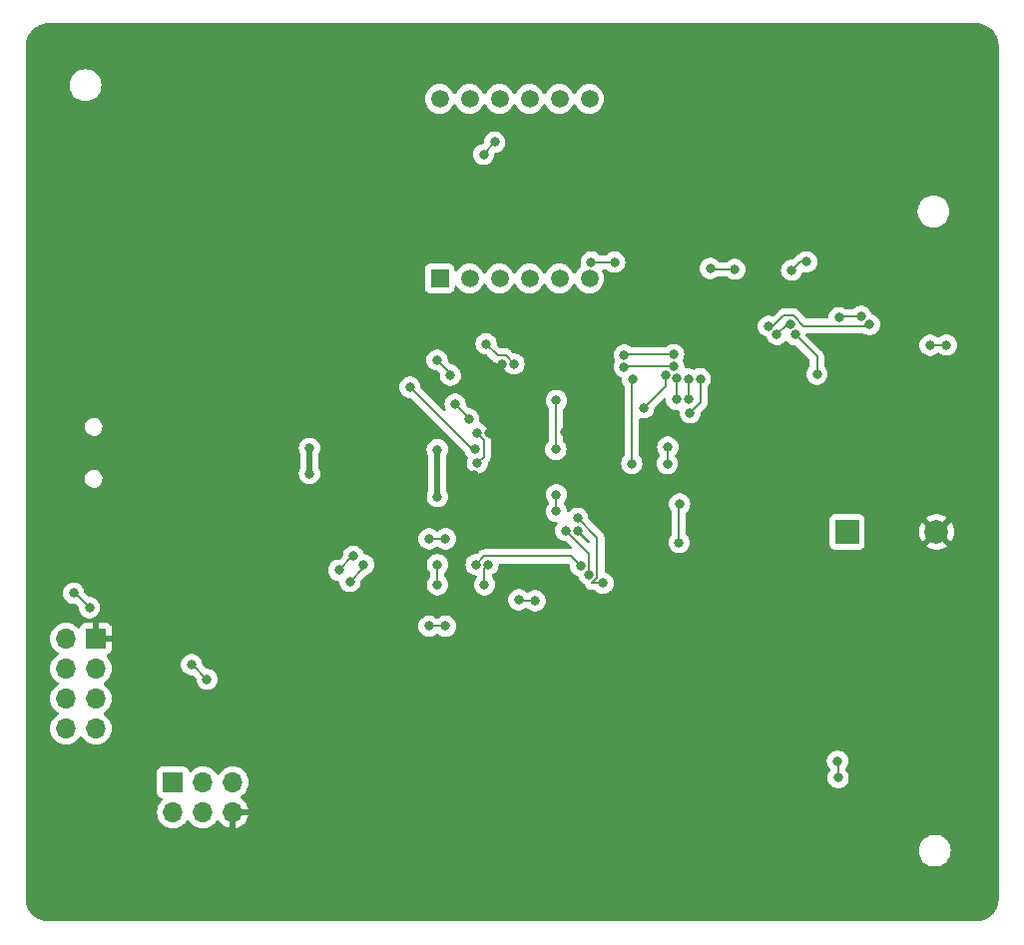
<source format=gbr>
%TF.GenerationSoftware,KiCad,Pcbnew,7.0.1-0*%
%TF.CreationDate,2023-04-20T13:11:41-06:00*%
%TF.ProjectId,Phase_B_ATMEGA_v3,50686173-655f-4425-9f41-544d4547415f,rev?*%
%TF.SameCoordinates,Original*%
%TF.FileFunction,Copper,L2,Bot*%
%TF.FilePolarity,Positive*%
%FSLAX46Y46*%
G04 Gerber Fmt 4.6, Leading zero omitted, Abs format (unit mm)*
G04 Created by KiCad (PCBNEW 7.0.1-0) date 2023-04-20 13:11:41*
%MOMM*%
%LPD*%
G01*
G04 APERTURE LIST*
%TA.AperFunction,ComponentPad*%
%ADD10C,2.000000*%
%TD*%
%TA.AperFunction,ComponentPad*%
%ADD11R,2.000000X2.000000*%
%TD*%
%TA.AperFunction,ComponentPad*%
%ADD12O,1.700000X1.700000*%
%TD*%
%TA.AperFunction,ComponentPad*%
%ADD13R,1.700000X1.700000*%
%TD*%
%TA.AperFunction,ComponentPad*%
%ADD14C,1.500000*%
%TD*%
%TA.AperFunction,ComponentPad*%
%ADD15R,1.500000X1.500000*%
%TD*%
%TA.AperFunction,ViaPad*%
%ADD16C,0.800000*%
%TD*%
%TA.AperFunction,Conductor*%
%ADD17C,0.203200*%
%TD*%
%TA.AperFunction,Conductor*%
%ADD18C,0.508000*%
%TD*%
G04 APERTURE END LIST*
D10*
%TO.P,LS1,2,2*%
%TO.N,GND*%
X205550000Y-71100000D03*
D11*
%TO.P,LS1,1,1*%
%TO.N,Buzzer*%
X197950000Y-71100000D03*
%TD*%
D12*
%TO.P,J1,6,GND*%
%TO.N,GND*%
X145850000Y-94890000D03*
%TO.P,J1,5,~{RST}*%
%TO.N,RST*%
X145850000Y-92350000D03*
%TO.P,J1,4,MOSI*%
%TO.N,MOSI*%
X143310000Y-94890000D03*
%TO.P,J1,3,SCK*%
%TO.N,SCK*%
X143310000Y-92350000D03*
%TO.P,J1,2,VCC*%
%TO.N,+5V*%
X140770000Y-94890000D03*
D13*
%TO.P,J1,1,MISO*%
%TO.N,MISO*%
X140770000Y-92350000D03*
%TD*%
D14*
%TO.P,U1,12,CA1*%
%TO.N,Dig1*%
X163400000Y-34360000D03*
%TO.P,U1,11,a*%
%TO.N,Net-(U1-a)*%
X165940000Y-34360000D03*
%TO.P,U1,10,f*%
%TO.N,Net-(U1-f)*%
X168480000Y-34360000D03*
%TO.P,U1,9,CA2*%
%TO.N,Dig2*%
X171020000Y-34360000D03*
%TO.P,U1,8,CA3*%
%TO.N,Dig3*%
X173560000Y-34360000D03*
%TO.P,U1,7,b*%
%TO.N,Net-(U1-b)*%
X176100000Y-34360000D03*
%TO.P,U1,6,CA4*%
%TO.N,Dig4*%
X176100000Y-49600000D03*
%TO.P,U1,5,g*%
%TO.N,Net-(U1-g)*%
X173560000Y-49600000D03*
%TO.P,U1,4,c*%
%TO.N,Net-(U1-c)*%
X171020000Y-49600000D03*
%TO.P,U1,3,DPX*%
%TO.N,Net-(U1-DPX)*%
X168480000Y-49600000D03*
%TO.P,U1,2,d*%
%TO.N,Net-(U1-d)*%
X165940000Y-49600000D03*
D15*
%TO.P,U1,1,e*%
%TO.N,Net-(U1-e)*%
X163400000Y-49600000D03*
%TD*%
D12*
%TO.P,J3,8,Pin_8*%
%TO.N,+3.3V*%
X131700000Y-87780000D03*
%TO.P,J3,7,Pin_7*%
%TO.N,RX*%
X134240000Y-87780000D03*
%TO.P,J3,6,Pin_6*%
%TO.N,+3.3V*%
X131700000Y-85240000D03*
%TO.P,J3,5,Pin_5*%
%TO.N,Net-(J3-Pin_5)*%
X134240000Y-85240000D03*
%TO.P,J3,4,Pin_4*%
%TO.N,+3.3V*%
X131700000Y-82700000D03*
%TO.P,J3,3,Pin_3*%
%TO.N,unconnected-(J3-Pin_3-Pad3)*%
X134240000Y-82700000D03*
%TO.P,J3,2,Pin_2*%
%TO.N,TX*%
X131700000Y-80160000D03*
D13*
%TO.P,J3,1,Pin_1*%
%TO.N,GND*%
X134240000Y-80160000D03*
%TD*%
D16*
%TO.N,+5V*%
X152350000Y-66150000D03*
X163196495Y-64125500D03*
X152350000Y-64000000D03*
X163200000Y-68124500D03*
%TO.N,GND*%
X176250000Y-81800000D03*
X180900000Y-70150000D03*
X202100000Y-53750000D03*
X176950000Y-92100000D03*
X136200000Y-79990000D03*
X207800000Y-71150000D03*
X150050000Y-55100000D03*
X166800000Y-56900000D03*
X175100498Y-63700000D03*
X167550000Y-62700000D03*
X158500000Y-83400000D03*
X175150000Y-71050000D03*
X147650000Y-95100000D03*
X192050000Y-59950000D03*
X160750000Y-66950000D03*
X149100000Y-73550000D03*
X174850000Y-56700000D03*
X173150000Y-83750000D03*
X160750000Y-68600000D03*
X160650000Y-63450000D03*
X160300000Y-61450000D03*
X174000000Y-62600000D03*
X165550000Y-83350000D03*
X144762500Y-63550000D03*
X169600000Y-80850000D03*
X135250000Y-66100000D03*
X149250000Y-75600000D03*
X169200000Y-71350000D03*
X199000000Y-56350000D03*
X201050000Y-92100000D03*
X140600000Y-78150000D03*
X189000000Y-64100000D03*
X168450000Y-77150000D03*
X168650000Y-56850000D03*
X143700000Y-74550000D03*
X166350000Y-66250000D03*
X184450000Y-64000000D03*
%TO.N,XTAL2*%
X171502700Y-76950000D03*
X170100500Y-76850000D03*
%TO.N,MISO*%
X163901100Y-71700000D03*
X156928516Y-73871500D03*
X155796484Y-75303516D03*
X162498900Y-71700000D03*
%TO.N,SCK*%
X154846484Y-74353516D03*
X156078516Y-73171484D03*
%TO.N,MOSI*%
X163200000Y-75578500D03*
X163200000Y-73871500D03*
%TO.N,RST*%
X162498900Y-79100000D03*
X167200000Y-75578500D03*
X163901100Y-79100000D03*
X167495519Y-73871500D03*
%TO.N,TX*%
X132350000Y-76300000D03*
X133686449Y-77536449D03*
%TO.N,RX*%
X143657386Y-83607386D03*
X197150000Y-90547300D03*
X142350000Y-82350000D03*
X197199502Y-91949500D03*
%TO.N,Buzzer*%
X183750000Y-68722300D03*
X183700000Y-72003500D03*
%TO.N,a*%
X195400000Y-57726100D03*
X193550000Y-54373900D03*
%TO.N,c*%
X176249247Y-48200753D03*
X194520753Y-48179247D03*
X193254247Y-48895753D03*
X188435648Y-48814352D03*
X178240753Y-48209247D03*
X186350000Y-48750000D03*
%TO.N,d*%
X175101246Y-69945062D03*
X169700000Y-56849500D03*
X173300000Y-59950000D03*
X173250000Y-64102700D03*
X167329387Y-55142500D03*
X173300000Y-69351100D03*
X177250000Y-75450000D03*
X173300000Y-67948900D03*
%TO.N,e*%
X176067039Y-74703733D03*
X166587524Y-65262476D03*
X164708984Y-60258984D03*
X165866016Y-61516016D03*
X163171484Y-56521484D03*
X166550000Y-62700500D03*
X174100000Y-71000000D03*
X164303516Y-57803516D03*
%TO.N,f*%
X204998900Y-55263504D03*
X206401100Y-55250000D03*
%TO.N,g*%
X183250212Y-56050497D03*
X191287387Y-53649103D03*
X199852508Y-53511002D03*
X179048900Y-56100000D03*
%TO.N,dp*%
X191994142Y-54355858D03*
X197279247Y-52920753D03*
X199145753Y-52804247D03*
X193139788Y-53462456D03*
X179048900Y-57100000D03*
X183250212Y-57050000D03*
%TO.N,Dig4*%
X179693438Y-65301100D03*
X179750000Y-58171500D03*
%TO.N,Dig3*%
X166496016Y-73871500D03*
X175360284Y-73996978D03*
%TO.N,Dig2*%
X166419255Y-64102700D03*
X168065753Y-38034247D03*
X167124247Y-39075753D03*
X160871484Y-58821484D03*
%TO.N,Dig1*%
X182549112Y-57792080D03*
X180700000Y-60579600D03*
%TO.N,SH_CP*%
X183500000Y-58100000D03*
X183500000Y-59878500D03*
%TO.N,ST_CP*%
X184499177Y-58125500D03*
X184499503Y-59878500D03*
%TO.N,DS*%
X185508092Y-58108092D03*
X182700000Y-65301100D03*
X184633814Y-61004317D03*
X182750000Y-63898900D03*
%TD*%
D17*
%TO.N,d*%
X168998900Y-56148400D02*
X168335287Y-56148400D01*
X176312985Y-75450000D02*
X176768639Y-74994346D01*
%TO.N,g*%
X193430401Y-52760856D02*
X192596931Y-52760856D01*
D18*
%TO.N,+5V*%
X163196495Y-68120995D02*
X163200000Y-68124500D01*
X152350000Y-64000000D02*
X152350000Y-65750000D01*
X163196495Y-64125500D02*
X163196495Y-68120995D01*
X152350000Y-65750000D02*
X152350000Y-66150000D01*
D17*
%TO.N,XTAL2*%
X170200500Y-76950000D02*
X170100500Y-76850000D01*
X171502700Y-76950000D02*
X170200500Y-76950000D01*
%TO.N,MISO*%
X156928516Y-73871500D02*
X156928516Y-74171484D01*
X156928516Y-74171484D02*
X155796484Y-75303516D01*
X163901100Y-71700000D02*
X162498900Y-71700000D01*
%TO.N,SCK*%
X156078516Y-73171484D02*
X156028516Y-73171484D01*
X156028516Y-73171484D02*
X154846484Y-74353516D01*
%TO.N,MOSI*%
X163200000Y-73871500D02*
X163200000Y-75578500D01*
%TO.N,RST*%
X167200000Y-75578500D02*
X167200000Y-74167019D01*
X167200000Y-74167019D02*
X167495519Y-73871500D01*
X162498900Y-79100000D02*
X163901100Y-79100000D01*
%TO.N,TX*%
X132450000Y-76300000D02*
X133686449Y-77536449D01*
X132350000Y-76300000D02*
X132450000Y-76300000D01*
%TO.N,RX*%
X197199502Y-90596802D02*
X197150000Y-90547300D01*
X142400000Y-82350000D02*
X143657386Y-83607386D01*
X142350000Y-82350000D02*
X142400000Y-82350000D01*
X197199502Y-91949500D02*
X197199502Y-90596802D01*
%TO.N,Buzzer*%
X183700000Y-72003500D02*
X183700000Y-68772300D01*
X183700000Y-68772300D02*
X183750000Y-68722300D01*
%TO.N,a*%
X195400000Y-56223900D02*
X193550000Y-54373900D01*
X195400000Y-57726100D02*
X195400000Y-56223900D01*
%TO.N,c*%
X176257741Y-48209247D02*
X176249247Y-48200753D01*
X178240753Y-48209247D02*
X176257741Y-48209247D01*
X186414352Y-48814352D02*
X186350000Y-48750000D01*
X194520753Y-48179247D02*
X193970753Y-48179247D01*
X193970753Y-48179247D02*
X193254247Y-48895753D01*
X188435648Y-48814352D02*
X186414352Y-48814352D01*
%TO.N,d*%
X173300000Y-59950000D02*
X173250000Y-60000000D01*
X173300000Y-69351100D02*
X173300000Y-67948900D01*
X176768639Y-74994346D02*
X176768639Y-71612455D01*
X168335287Y-56148400D02*
X167329387Y-55142500D01*
X173250000Y-60000000D02*
X173250000Y-64102700D01*
X177250000Y-75450000D02*
X176312985Y-75450000D01*
X169700000Y-56849500D02*
X168998900Y-56148400D01*
X176768639Y-71612455D02*
X175101246Y-69945062D01*
%TO.N,e*%
X176067039Y-72967039D02*
X174100000Y-71000000D01*
X165866016Y-61416016D02*
X164708984Y-60258984D01*
X167120855Y-63271355D02*
X166550000Y-62700500D01*
X164303516Y-57803516D02*
X164303516Y-57653516D01*
X165866016Y-61516016D02*
X165866016Y-61416016D01*
X167120855Y-64729145D02*
X167120855Y-63271355D01*
X176067039Y-74703733D02*
X176067039Y-72967039D01*
X166587524Y-65262476D02*
X167120855Y-64729145D01*
X164303516Y-57653516D02*
X163171484Y-56521484D01*
%TO.N,f*%
X204998900Y-55263504D02*
X206387596Y-55263504D01*
X206387596Y-55263504D02*
X206401100Y-55250000D01*
%TO.N,g*%
X199852508Y-53511002D02*
X199741157Y-53622353D01*
X179098403Y-56050497D02*
X179048900Y-56100000D01*
X191449102Y-53649103D02*
X191287387Y-53649103D01*
X199741157Y-53622353D02*
X194291898Y-53622353D01*
X191578893Y-53778894D02*
X191449102Y-53649103D01*
X192596931Y-52760856D02*
X191578893Y-53778894D01*
X194291898Y-53622353D02*
X193430401Y-52760856D01*
X183250212Y-56050497D02*
X179098403Y-56050497D01*
%TO.N,dp*%
X179098900Y-57050000D02*
X179048900Y-57100000D01*
X199145753Y-52804247D02*
X197395753Y-52804247D01*
X183250212Y-57050000D02*
X179098900Y-57050000D01*
X192887544Y-53462456D02*
X191994142Y-54355858D01*
X197395753Y-52804247D02*
X197279247Y-52920753D01*
X193139788Y-53462456D02*
X192887544Y-53462456D01*
%TO.N,Dig4*%
X179693438Y-58228062D02*
X179750000Y-58171500D01*
X179693438Y-65301100D02*
X179693438Y-58228062D01*
%TO.N,Dig3*%
X167197616Y-73169900D02*
X174533206Y-73169900D01*
X174533206Y-73169900D02*
X175360284Y-73996978D01*
X166496016Y-73871500D02*
X167197616Y-73169900D01*
%TO.N,Dig2*%
X166152700Y-64102700D02*
X160871484Y-58821484D01*
X166419255Y-64102700D02*
X166152700Y-64102700D01*
X167124247Y-39075753D02*
X167124247Y-38975753D01*
X167124247Y-38975753D02*
X168065753Y-38034247D01*
%TO.N,Dig1*%
X182549112Y-57792080D02*
X182549112Y-58730488D01*
X182549112Y-58730488D02*
X180700000Y-60579600D01*
%TO.N,SH_CP*%
X183500000Y-58100000D02*
X183500000Y-59878500D01*
%TO.N,ST_CP*%
X184499177Y-59878174D02*
X184499503Y-59878500D01*
X184499177Y-58125500D02*
X184499177Y-59878174D01*
%TO.N,DS*%
X182750000Y-63898900D02*
X182750000Y-65251100D01*
X185508092Y-58108092D02*
X185508092Y-60130039D01*
X185508092Y-60130039D02*
X184633814Y-61004317D01*
X182750000Y-65251100D02*
X182700000Y-65301100D01*
%TD*%
%TA.AperFunction,Conductor*%
%TO.N,GND*%
G36*
X175217746Y-70913060D02*
G01*
X176130220Y-71825534D01*
X176157100Y-71865762D01*
X176166539Y-71913215D01*
X176166539Y-71915679D01*
X176153024Y-71971974D01*
X176115424Y-72015997D01*
X176061937Y-72038152D01*
X176004221Y-72033610D01*
X175954858Y-72003360D01*
X175042149Y-71090651D01*
X175012936Y-71044343D01*
X175006513Y-70989969D01*
X175006748Y-70987740D01*
X175032704Y-70923950D01*
X175088692Y-70883847D01*
X175157441Y-70879801D01*
X175217746Y-70913060D01*
G37*
%TD.AperFunction*%
%TA.AperFunction,Conductor*%
G36*
X208919042Y-27940764D02*
G01*
X208998653Y-27945982D01*
X208998714Y-27945987D01*
X209163615Y-27957781D01*
X209178912Y-27959841D01*
X209286237Y-27981189D01*
X209288189Y-27981596D01*
X209419515Y-28010164D01*
X209433003Y-28013908D01*
X209542090Y-28050938D01*
X209545540Y-28052166D01*
X209665849Y-28097039D01*
X209677329Y-28101995D01*
X209782800Y-28154008D01*
X209787337Y-28156365D01*
X209897972Y-28216776D01*
X209907419Y-28222495D01*
X210006129Y-28288451D01*
X210011499Y-28292252D01*
X210111602Y-28367188D01*
X210119017Y-28373199D01*
X210208590Y-28451752D01*
X210214512Y-28457299D01*
X210302699Y-28545486D01*
X210308246Y-28551408D01*
X210386795Y-28640976D01*
X210392820Y-28648408D01*
X210467735Y-28748483D01*
X210471558Y-28753885D01*
X210491740Y-28784089D01*
X210537498Y-28852571D01*
X210543227Y-28862034D01*
X210603622Y-28972639D01*
X210606002Y-28977222D01*
X210657996Y-29082654D01*
X210662966Y-29094165D01*
X210707823Y-29214433D01*
X210709060Y-29217908D01*
X210746090Y-29326995D01*
X210749837Y-29340495D01*
X210778382Y-29471713D01*
X210778833Y-29473879D01*
X210800153Y-29581059D01*
X210802220Y-29596406D01*
X210813996Y-29761070D01*
X210814046Y-29761803D01*
X210819234Y-29840940D01*
X210819500Y-29849052D01*
X210819500Y-102230948D01*
X210819234Y-102239060D01*
X210814046Y-102318195D01*
X210813996Y-102318928D01*
X210802220Y-102483592D01*
X210800153Y-102498939D01*
X210778833Y-102606119D01*
X210778382Y-102608285D01*
X210749837Y-102739503D01*
X210746090Y-102753003D01*
X210709060Y-102862090D01*
X210707823Y-102865565D01*
X210662966Y-102985833D01*
X210657996Y-102997344D01*
X210606002Y-103102776D01*
X210603622Y-103107359D01*
X210543227Y-103217964D01*
X210537498Y-103227427D01*
X210471571Y-103326095D01*
X210467735Y-103331515D01*
X210392820Y-103431590D01*
X210386781Y-103439039D01*
X210308246Y-103528590D01*
X210302699Y-103534512D01*
X210214512Y-103622699D01*
X210208590Y-103628246D01*
X210119039Y-103706781D01*
X210111590Y-103712820D01*
X210011515Y-103787735D01*
X210006095Y-103791571D01*
X209907427Y-103857498D01*
X209897964Y-103863227D01*
X209787359Y-103923622D01*
X209782776Y-103926002D01*
X209677344Y-103977996D01*
X209665833Y-103982966D01*
X209545565Y-104027823D01*
X209542090Y-104029060D01*
X209433003Y-104066090D01*
X209419503Y-104069837D01*
X209288285Y-104098382D01*
X209286119Y-104098833D01*
X209178939Y-104120153D01*
X209163592Y-104122220D01*
X208998928Y-104133996D01*
X208998195Y-104134046D01*
X208925296Y-104138825D01*
X208919056Y-104139234D01*
X208910948Y-104139500D01*
X130179052Y-104139500D01*
X130170943Y-104139234D01*
X130164003Y-104138779D01*
X130091803Y-104134046D01*
X130091070Y-104133996D01*
X129926406Y-104122220D01*
X129911059Y-104120153D01*
X129803879Y-104098833D01*
X129801713Y-104098382D01*
X129670495Y-104069837D01*
X129656995Y-104066090D01*
X129547908Y-104029060D01*
X129544433Y-104027823D01*
X129424165Y-103982966D01*
X129412654Y-103977996D01*
X129307222Y-103926002D01*
X129302639Y-103923622D01*
X129192034Y-103863227D01*
X129182571Y-103857498D01*
X129130589Y-103822765D01*
X129083885Y-103791558D01*
X129078483Y-103787735D01*
X128978408Y-103712820D01*
X128970976Y-103706795D01*
X128881408Y-103628246D01*
X128875486Y-103622699D01*
X128787299Y-103534512D01*
X128781752Y-103528590D01*
X128703199Y-103439017D01*
X128697188Y-103431602D01*
X128622252Y-103331499D01*
X128618451Y-103326129D01*
X128552495Y-103227419D01*
X128546776Y-103217972D01*
X128486365Y-103107337D01*
X128484008Y-103102800D01*
X128431995Y-102997329D01*
X128427039Y-102985849D01*
X128382166Y-102865540D01*
X128380938Y-102862090D01*
X128343907Y-102753000D01*
X128340164Y-102739515D01*
X128311596Y-102608189D01*
X128311189Y-102606237D01*
X128289841Y-102498912D01*
X128287781Y-102483615D01*
X128275987Y-102318714D01*
X128275982Y-102318653D01*
X128270764Y-102239042D01*
X128270500Y-102230935D01*
X128270500Y-98149999D01*
X204044340Y-98149999D01*
X204064936Y-98385407D01*
X204126097Y-98613662D01*
X204126097Y-98613663D01*
X204225965Y-98827829D01*
X204361505Y-99021401D01*
X204528599Y-99188495D01*
X204722171Y-99324035D01*
X204936337Y-99423903D01*
X205164591Y-99485062D01*
X205164592Y-99485063D01*
X205341032Y-99500500D01*
X205341034Y-99500500D01*
X205458966Y-99500500D01*
X205458968Y-99500500D01*
X205576593Y-99490208D01*
X205635408Y-99485063D01*
X205863663Y-99423903D01*
X206077829Y-99324035D01*
X206271401Y-99188495D01*
X206438495Y-99021401D01*
X206574035Y-98827830D01*
X206673903Y-98613663D01*
X206735063Y-98385408D01*
X206755659Y-98150000D01*
X206735063Y-97914592D01*
X206673903Y-97686337D01*
X206574035Y-97472171D01*
X206438495Y-97278599D01*
X206271401Y-97111505D01*
X206077829Y-96975965D01*
X205863663Y-96876097D01*
X205635407Y-96814936D01*
X205458968Y-96799500D01*
X205458966Y-96799500D01*
X205341034Y-96799500D01*
X205341032Y-96799500D01*
X205164592Y-96814936D01*
X204936336Y-96876097D01*
X204722170Y-96975965D01*
X204528598Y-97111505D01*
X204361508Y-97278595D01*
X204225964Y-97472172D01*
X204126097Y-97686337D01*
X204064936Y-97914592D01*
X204044340Y-98149999D01*
X128270500Y-98149999D01*
X128270500Y-94890000D01*
X139414340Y-94890000D01*
X139434936Y-95125407D01*
X139479709Y-95292501D01*
X139496097Y-95353663D01*
X139595965Y-95567830D01*
X139731505Y-95761401D01*
X139898599Y-95928495D01*
X140092170Y-96064035D01*
X140306337Y-96163903D01*
X140534592Y-96225063D01*
X140770000Y-96245659D01*
X141005408Y-96225063D01*
X141233663Y-96163903D01*
X141447830Y-96064035D01*
X141641401Y-95928495D01*
X141808495Y-95761401D01*
X141938426Y-95575839D01*
X141982743Y-95536975D01*
X142040000Y-95522964D01*
X142097257Y-95536975D01*
X142141573Y-95575839D01*
X142271505Y-95761401D01*
X142438599Y-95928495D01*
X142632170Y-96064035D01*
X142846337Y-96163903D01*
X143074592Y-96225063D01*
X143310000Y-96245659D01*
X143545408Y-96225063D01*
X143773663Y-96163903D01*
X143987830Y-96064035D01*
X144181401Y-95928495D01*
X144348495Y-95761401D01*
X144478732Y-95575402D01*
X144523048Y-95536539D01*
X144580305Y-95522528D01*
X144637562Y-95536539D01*
X144681880Y-95575404D01*
X144811893Y-95761081D01*
X144978918Y-95928106D01*
X145172423Y-96063600D01*
X145386507Y-96163430D01*
X145599999Y-96220635D01*
X145600000Y-96220636D01*
X145600000Y-95140000D01*
X146100000Y-95140000D01*
X146100000Y-96220635D01*
X146313492Y-96163430D01*
X146527576Y-96063600D01*
X146721081Y-95928106D01*
X146888106Y-95761081D01*
X147023600Y-95567576D01*
X147123430Y-95353492D01*
X147180636Y-95140000D01*
X146100000Y-95140000D01*
X145600000Y-95140000D01*
X145600000Y-94764000D01*
X145616613Y-94702000D01*
X145662000Y-94656613D01*
X145724000Y-94640000D01*
X147180636Y-94640000D01*
X147180635Y-94639999D01*
X147123430Y-94426507D01*
X147023599Y-94212421D01*
X146888109Y-94018921D01*
X146721081Y-93851893D01*
X146535404Y-93721880D01*
X146496539Y-93677562D01*
X146482528Y-93620305D01*
X146496539Y-93563048D01*
X146535402Y-93518732D01*
X146721401Y-93388495D01*
X146888495Y-93221401D01*
X147024035Y-93027830D01*
X147123903Y-92813663D01*
X147185063Y-92585408D01*
X147205659Y-92350000D01*
X147185063Y-92114592D01*
X147123903Y-91886337D01*
X147024035Y-91672171D01*
X146888495Y-91478599D01*
X146721401Y-91311505D01*
X146527830Y-91175965D01*
X146313663Y-91076097D01*
X146252501Y-91059709D01*
X146085407Y-91014936D01*
X145849999Y-90994340D01*
X145614592Y-91014936D01*
X145386336Y-91076097D01*
X145172170Y-91175965D01*
X144978598Y-91311505D01*
X144811505Y-91478598D01*
X144681575Y-91664159D01*
X144637257Y-91703025D01*
X144580000Y-91717036D01*
X144522743Y-91703025D01*
X144478425Y-91664159D01*
X144348494Y-91478598D01*
X144181404Y-91311508D01*
X144181401Y-91311505D01*
X143987830Y-91175965D01*
X143773663Y-91076097D01*
X143712501Y-91059709D01*
X143545407Y-91014936D01*
X143309999Y-90994340D01*
X143074592Y-91014936D01*
X142846336Y-91076097D01*
X142632170Y-91175965D01*
X142438601Y-91311503D01*
X142316673Y-91433431D01*
X142263926Y-91464726D01*
X142202634Y-91466915D01*
X142147789Y-91439462D01*
X142112810Y-91389082D01*
X142101538Y-91358860D01*
X142063796Y-91257669D01*
X141977546Y-91142454D01*
X141862331Y-91056204D01*
X141727483Y-91005909D01*
X141667873Y-90999500D01*
X141667869Y-90999500D01*
X139872130Y-90999500D01*
X139812515Y-91005909D01*
X139677669Y-91056204D01*
X139562454Y-91142454D01*
X139476204Y-91257668D01*
X139425909Y-91392516D01*
X139419500Y-91452130D01*
X139419500Y-93247869D01*
X139425909Y-93307484D01*
X139451056Y-93374907D01*
X139476204Y-93442331D01*
X139562454Y-93557546D01*
X139677669Y-93643796D01*
X139788312Y-93685063D01*
X139809082Y-93692810D01*
X139859462Y-93727789D01*
X139886915Y-93782634D01*
X139884726Y-93843926D01*
X139853431Y-93896673D01*
X139731503Y-94018601D01*
X139595965Y-94212170D01*
X139496097Y-94426336D01*
X139434936Y-94654592D01*
X139414340Y-94890000D01*
X128270500Y-94890000D01*
X128270500Y-90547299D01*
X196244540Y-90547299D01*
X196264326Y-90735557D01*
X196322820Y-90915584D01*
X196417464Y-91079513D01*
X196417467Y-91079516D01*
X196519574Y-91192917D01*
X196547740Y-91245889D01*
X196547740Y-91305886D01*
X196519573Y-91358860D01*
X196466968Y-91417283D01*
X196372322Y-91581215D01*
X196313828Y-91761242D01*
X196294042Y-91949500D01*
X196313828Y-92137757D01*
X196372322Y-92317784D01*
X196466968Y-92481716D01*
X196593631Y-92622389D01*
X196746771Y-92733651D01*
X196919699Y-92810644D01*
X197104854Y-92850000D01*
X197104856Y-92850000D01*
X197294148Y-92850000D01*
X197294150Y-92850000D01*
X197425728Y-92822032D01*
X197479305Y-92810644D01*
X197652232Y-92733651D01*
X197805373Y-92622388D01*
X197932035Y-92481716D01*
X198026681Y-92317784D01*
X198085176Y-92137756D01*
X198104962Y-91949500D01*
X198085176Y-91761244D01*
X198026681Y-91581216D01*
X198026681Y-91581215D01*
X197932035Y-91417283D01*
X197833452Y-91307796D01*
X197809838Y-91269262D01*
X197801602Y-91224824D01*
X197801602Y-91216998D01*
X197809838Y-91172560D01*
X197833450Y-91134028D01*
X197882533Y-91079516D01*
X197977179Y-90915584D01*
X198035674Y-90735556D01*
X198055460Y-90547300D01*
X198035674Y-90359044D01*
X197977179Y-90179016D01*
X197977179Y-90179015D01*
X197882533Y-90015083D01*
X197755870Y-89874410D01*
X197602730Y-89763148D01*
X197429802Y-89686155D01*
X197244648Y-89646800D01*
X197244646Y-89646800D01*
X197055354Y-89646800D01*
X197055352Y-89646800D01*
X196870197Y-89686155D01*
X196697269Y-89763148D01*
X196544129Y-89874410D01*
X196417466Y-90015083D01*
X196322820Y-90179015D01*
X196264326Y-90359042D01*
X196244540Y-90547299D01*
X128270500Y-90547299D01*
X128270500Y-87779999D01*
X130344340Y-87779999D01*
X130364936Y-88015407D01*
X130409709Y-88182501D01*
X130426097Y-88243663D01*
X130525965Y-88457830D01*
X130661505Y-88651401D01*
X130828599Y-88818495D01*
X131022170Y-88954035D01*
X131236337Y-89053903D01*
X131464592Y-89115063D01*
X131700000Y-89135659D01*
X131935408Y-89115063D01*
X132163663Y-89053903D01*
X132377830Y-88954035D01*
X132571401Y-88818495D01*
X132738495Y-88651401D01*
X132868426Y-88465839D01*
X132912743Y-88426975D01*
X132970000Y-88412964D01*
X133027257Y-88426975D01*
X133071573Y-88465839D01*
X133201505Y-88651401D01*
X133368599Y-88818495D01*
X133562170Y-88954035D01*
X133776337Y-89053903D01*
X134004592Y-89115063D01*
X134240000Y-89135659D01*
X134475408Y-89115063D01*
X134703663Y-89053903D01*
X134917830Y-88954035D01*
X135111401Y-88818495D01*
X135278495Y-88651401D01*
X135414035Y-88457830D01*
X135513903Y-88243663D01*
X135575063Y-88015408D01*
X135595659Y-87780000D01*
X135575063Y-87544592D01*
X135513903Y-87316337D01*
X135414035Y-87102171D01*
X135278495Y-86908599D01*
X135111401Y-86741505D01*
X134925839Y-86611573D01*
X134886975Y-86567257D01*
X134872964Y-86510000D01*
X134886975Y-86452743D01*
X134925839Y-86408426D01*
X135111401Y-86278495D01*
X135278495Y-86111401D01*
X135414035Y-85917830D01*
X135513903Y-85703663D01*
X135575063Y-85475408D01*
X135595659Y-85240000D01*
X135575063Y-85004592D01*
X135513903Y-84776337D01*
X135414035Y-84562171D01*
X135278495Y-84368599D01*
X135111401Y-84201505D01*
X134925839Y-84071573D01*
X134886976Y-84027257D01*
X134872965Y-83970000D01*
X134886976Y-83912743D01*
X134925839Y-83868426D01*
X135111401Y-83738495D01*
X135278495Y-83571401D01*
X135414035Y-83377830D01*
X135513903Y-83163663D01*
X135575063Y-82935408D01*
X135595659Y-82700000D01*
X135575063Y-82464592D01*
X135544359Y-82350000D01*
X141444540Y-82350000D01*
X141464326Y-82538257D01*
X141522820Y-82718284D01*
X141617466Y-82882216D01*
X141744129Y-83022889D01*
X141897269Y-83134151D01*
X142070197Y-83211144D01*
X142255352Y-83250500D01*
X142397640Y-83250500D01*
X142445093Y-83259939D01*
X142485321Y-83286819D01*
X142715236Y-83516734D01*
X142744441Y-83563018D01*
X142748189Y-83594674D01*
X142750564Y-83594425D01*
X142771712Y-83795643D01*
X142830206Y-83975670D01*
X142924852Y-84139602D01*
X143051515Y-84280275D01*
X143204655Y-84391537D01*
X143377583Y-84468530D01*
X143562738Y-84507886D01*
X143562740Y-84507886D01*
X143752032Y-84507886D01*
X143752034Y-84507886D01*
X143875469Y-84481648D01*
X143937189Y-84468530D01*
X144110116Y-84391537D01*
X144263257Y-84280274D01*
X144389919Y-84139602D01*
X144484565Y-83975670D01*
X144543060Y-83795642D01*
X144562846Y-83607386D01*
X144543060Y-83419130D01*
X144500069Y-83286819D01*
X144484565Y-83239101D01*
X144389919Y-83075169D01*
X144263256Y-82934496D01*
X144110116Y-82823234D01*
X143937188Y-82746241D01*
X143752034Y-82706886D01*
X143752032Y-82706886D01*
X143659746Y-82706886D01*
X143612293Y-82697447D01*
X143572065Y-82670567D01*
X143286974Y-82385476D01*
X143262734Y-82351178D01*
X143251336Y-82310763D01*
X143235674Y-82161744D01*
X143190324Y-82022171D01*
X143177179Y-81981715D01*
X143082533Y-81817783D01*
X142955870Y-81677110D01*
X142802730Y-81565848D01*
X142629802Y-81488855D01*
X142444648Y-81449500D01*
X142444646Y-81449500D01*
X142255354Y-81449500D01*
X142255352Y-81449500D01*
X142070197Y-81488855D01*
X141897269Y-81565848D01*
X141744129Y-81677110D01*
X141617466Y-81817783D01*
X141522820Y-81981715D01*
X141464326Y-82161742D01*
X141444540Y-82350000D01*
X135544359Y-82350000D01*
X135513903Y-82236337D01*
X135414035Y-82022171D01*
X135278495Y-81828599D01*
X135156181Y-81706284D01*
X135124885Y-81653539D01*
X135122696Y-81592246D01*
X135150149Y-81537401D01*
X135200528Y-81502422D01*
X135332089Y-81453352D01*
X135447188Y-81367188D01*
X135533352Y-81252089D01*
X135583597Y-81117375D01*
X135590000Y-81057824D01*
X135590000Y-80410000D01*
X134114000Y-80410000D01*
X134052000Y-80393387D01*
X134006613Y-80348000D01*
X133990000Y-80286000D01*
X133990000Y-78810000D01*
X134490000Y-78810000D01*
X134490000Y-79910000D01*
X135590000Y-79910000D01*
X135590000Y-79262176D01*
X135583597Y-79202624D01*
X135545321Y-79100000D01*
X161593440Y-79100000D01*
X161613226Y-79288257D01*
X161671720Y-79468284D01*
X161766366Y-79632216D01*
X161893029Y-79772889D01*
X162046169Y-79884151D01*
X162219097Y-79961144D01*
X162404252Y-80000500D01*
X162404254Y-80000500D01*
X162593546Y-80000500D01*
X162593548Y-80000500D01*
X162716984Y-79974262D01*
X162778703Y-79961144D01*
X162951630Y-79884151D01*
X163104771Y-79772888D01*
X163107847Y-79769471D01*
X163165820Y-79733244D01*
X163234180Y-79733244D01*
X163292152Y-79769471D01*
X163295229Y-79772888D01*
X163448369Y-79884151D01*
X163621297Y-79961144D01*
X163806452Y-80000500D01*
X163806454Y-80000500D01*
X163995746Y-80000500D01*
X163995748Y-80000500D01*
X164119184Y-79974262D01*
X164180903Y-79961144D01*
X164353830Y-79884151D01*
X164506971Y-79772888D01*
X164633633Y-79632216D01*
X164728279Y-79468284D01*
X164786774Y-79288256D01*
X164806560Y-79100000D01*
X164786774Y-78911744D01*
X164728279Y-78731716D01*
X164728279Y-78731715D01*
X164633633Y-78567783D01*
X164506970Y-78427110D01*
X164353830Y-78315848D01*
X164180902Y-78238855D01*
X163995748Y-78199500D01*
X163995746Y-78199500D01*
X163806454Y-78199500D01*
X163806452Y-78199500D01*
X163621297Y-78238855D01*
X163448369Y-78315848D01*
X163295229Y-78427111D01*
X163292149Y-78430532D01*
X163234179Y-78466756D01*
X163165821Y-78466756D01*
X163107851Y-78430532D01*
X163104770Y-78427111D01*
X162951630Y-78315848D01*
X162778702Y-78238855D01*
X162593548Y-78199500D01*
X162593546Y-78199500D01*
X162404254Y-78199500D01*
X162404252Y-78199500D01*
X162219097Y-78238855D01*
X162046169Y-78315848D01*
X161893029Y-78427110D01*
X161766366Y-78567783D01*
X161671720Y-78731715D01*
X161613226Y-78911742D01*
X161593440Y-79100000D01*
X135545321Y-79100000D01*
X135533352Y-79067910D01*
X135447188Y-78952811D01*
X135332089Y-78866647D01*
X135197375Y-78816402D01*
X135137824Y-78810000D01*
X134490000Y-78810000D01*
X133990000Y-78810000D01*
X133342176Y-78810000D01*
X133282624Y-78816402D01*
X133147910Y-78866647D01*
X133032811Y-78952811D01*
X132946646Y-79067913D01*
X132897576Y-79199472D01*
X132862597Y-79249850D01*
X132807753Y-79277303D01*
X132746460Y-79275114D01*
X132693714Y-79243818D01*
X132571404Y-79121508D01*
X132571401Y-79121505D01*
X132377830Y-78985965D01*
X132163663Y-78886097D01*
X132091074Y-78866647D01*
X131935407Y-78824936D01*
X131700000Y-78804340D01*
X131464592Y-78824936D01*
X131236336Y-78886097D01*
X131022170Y-78985965D01*
X130828598Y-79121505D01*
X130661505Y-79288598D01*
X130525965Y-79482170D01*
X130426097Y-79696336D01*
X130364936Y-79924592D01*
X130344340Y-80159999D01*
X130364936Y-80395407D01*
X130409709Y-80562501D01*
X130426097Y-80623663D01*
X130525965Y-80837830D01*
X130661505Y-81031401D01*
X130828599Y-81198495D01*
X131014160Y-81328426D01*
X131053024Y-81372743D01*
X131067035Y-81430000D01*
X131053024Y-81487257D01*
X131014159Y-81531575D01*
X130828595Y-81661508D01*
X130661505Y-81828598D01*
X130525965Y-82022170D01*
X130426097Y-82236336D01*
X130364936Y-82464592D01*
X130344340Y-82700000D01*
X130364936Y-82935407D01*
X130388377Y-83022888D01*
X130426097Y-83163663D01*
X130525965Y-83377830D01*
X130661505Y-83571401D01*
X130828599Y-83738495D01*
X131014160Y-83868426D01*
X131053024Y-83912743D01*
X131067035Y-83970000D01*
X131053024Y-84027257D01*
X131014159Y-84071575D01*
X130828595Y-84201508D01*
X130661505Y-84368598D01*
X130525965Y-84562170D01*
X130426097Y-84776336D01*
X130364936Y-85004592D01*
X130344340Y-85240000D01*
X130364936Y-85475407D01*
X130409709Y-85642501D01*
X130426097Y-85703663D01*
X130525965Y-85917830D01*
X130661505Y-86111401D01*
X130828599Y-86278495D01*
X131014160Y-86408426D01*
X131053024Y-86452743D01*
X131067035Y-86510000D01*
X131053024Y-86567257D01*
X131014159Y-86611575D01*
X130828595Y-86741508D01*
X130661505Y-86908598D01*
X130525965Y-87102170D01*
X130426097Y-87316336D01*
X130364936Y-87544592D01*
X130344340Y-87779999D01*
X128270500Y-87779999D01*
X128270500Y-76299999D01*
X131444540Y-76299999D01*
X131464326Y-76488257D01*
X131522820Y-76668284D01*
X131617466Y-76832216D01*
X131744129Y-76972889D01*
X131897269Y-77084151D01*
X132070197Y-77161144D01*
X132255352Y-77200500D01*
X132447640Y-77200500D01*
X132495093Y-77209939D01*
X132535321Y-77236819D01*
X132744299Y-77445797D01*
X132773504Y-77492081D01*
X132777252Y-77523737D01*
X132779627Y-77523488D01*
X132800775Y-77724706D01*
X132859269Y-77904733D01*
X132953915Y-78068665D01*
X133080578Y-78209338D01*
X133233718Y-78320600D01*
X133406646Y-78397593D01*
X133591801Y-78436949D01*
X133591803Y-78436949D01*
X133781095Y-78436949D01*
X133781097Y-78436949D01*
X133904533Y-78410711D01*
X133966252Y-78397593D01*
X134139179Y-78320600D01*
X134145720Y-78315848D01*
X134292319Y-78209338D01*
X134418982Y-78068665D01*
X134513628Y-77904733D01*
X134544037Y-77811144D01*
X134572123Y-77724705D01*
X134591909Y-77536449D01*
X134572123Y-77348193D01*
X134527201Y-77209939D01*
X134513628Y-77168164D01*
X134418982Y-77004232D01*
X134292319Y-76863559D01*
X134273655Y-76849999D01*
X169195040Y-76849999D01*
X169214826Y-77038257D01*
X169273320Y-77218284D01*
X169367966Y-77382216D01*
X169494629Y-77522889D01*
X169647769Y-77634151D01*
X169820697Y-77711144D01*
X170005852Y-77750500D01*
X170005854Y-77750500D01*
X170195146Y-77750500D01*
X170195148Y-77750500D01*
X170318584Y-77724262D01*
X170380303Y-77711144D01*
X170553230Y-77634151D01*
X170633569Y-77575781D01*
X170668136Y-77558169D01*
X170706454Y-77552100D01*
X170777883Y-77552100D01*
X170828319Y-77562820D01*
X170870033Y-77593128D01*
X170896830Y-77622889D01*
X171049969Y-77734151D01*
X171222897Y-77811144D01*
X171408052Y-77850500D01*
X171408054Y-77850500D01*
X171597346Y-77850500D01*
X171597348Y-77850500D01*
X171720784Y-77824262D01*
X171782503Y-77811144D01*
X171955430Y-77734151D01*
X171987097Y-77711144D01*
X172108570Y-77622889D01*
X172150986Y-77575782D01*
X172235233Y-77482216D01*
X172329879Y-77318284D01*
X172388374Y-77138256D01*
X172408160Y-76950000D01*
X172388374Y-76761744D01*
X172355881Y-76661742D01*
X172329879Y-76581715D01*
X172235233Y-76417783D01*
X172108570Y-76277110D01*
X171955430Y-76165848D01*
X171782502Y-76088855D01*
X171597348Y-76049500D01*
X171597346Y-76049500D01*
X171408054Y-76049500D01*
X171408052Y-76049500D01*
X171222897Y-76088855D01*
X171049969Y-76165848D01*
X170926450Y-76255590D01*
X170870822Y-76278065D01*
X170811155Y-76271794D01*
X170761415Y-76238244D01*
X170706370Y-76177110D01*
X170553230Y-76065848D01*
X170380302Y-75988855D01*
X170195148Y-75949500D01*
X170195146Y-75949500D01*
X170005854Y-75949500D01*
X170005852Y-75949500D01*
X169820697Y-75988855D01*
X169647769Y-76065848D01*
X169494629Y-76177110D01*
X169367966Y-76317783D01*
X169273320Y-76481715D01*
X169214826Y-76661742D01*
X169195040Y-76849999D01*
X134273655Y-76849999D01*
X134139179Y-76752297D01*
X133966251Y-76675304D01*
X133781097Y-76635949D01*
X133781095Y-76635949D01*
X133688809Y-76635949D01*
X133641356Y-76626510D01*
X133601128Y-76599630D01*
X133281103Y-76279605D01*
X133256863Y-76245307D01*
X133245463Y-76204886D01*
X133242544Y-76177110D01*
X133235674Y-76111744D01*
X133193588Y-75982216D01*
X133177179Y-75931715D01*
X133082533Y-75767783D01*
X132955870Y-75627110D01*
X132802730Y-75515848D01*
X132629802Y-75438855D01*
X132444648Y-75399500D01*
X132444646Y-75399500D01*
X132255354Y-75399500D01*
X132255352Y-75399500D01*
X132070197Y-75438855D01*
X131897269Y-75515848D01*
X131744129Y-75627110D01*
X131617466Y-75767783D01*
X131522820Y-75931715D01*
X131464326Y-76111742D01*
X131444540Y-76299999D01*
X128270500Y-76299999D01*
X128270500Y-74353516D01*
X153941024Y-74353516D01*
X153960810Y-74541773D01*
X154019304Y-74721800D01*
X154113950Y-74885732D01*
X154240613Y-75026405D01*
X154393753Y-75137667D01*
X154566681Y-75214660D01*
X154751836Y-75254016D01*
X154751838Y-75254016D01*
X154774171Y-75254016D01*
X154832385Y-75268530D01*
X154876972Y-75308676D01*
X154897491Y-75365052D01*
X154900139Y-75390242D01*
X154910810Y-75491773D01*
X154969304Y-75671800D01*
X155063950Y-75835732D01*
X155190613Y-75976405D01*
X155343753Y-76087667D01*
X155516681Y-76164660D01*
X155701836Y-76204016D01*
X155701838Y-76204016D01*
X155891130Y-76204016D01*
X155891132Y-76204016D01*
X156017714Y-76177110D01*
X156076287Y-76164660D01*
X156249214Y-76087667D01*
X156319501Y-76036601D01*
X156402354Y-75976405D01*
X156426580Y-75949500D01*
X156529017Y-75835732D01*
X156623663Y-75671800D01*
X156653978Y-75578500D01*
X162294540Y-75578500D01*
X162314326Y-75766757D01*
X162372820Y-75946784D01*
X162467466Y-76110716D01*
X162594129Y-76251389D01*
X162747269Y-76362651D01*
X162920197Y-76439644D01*
X163105352Y-76479000D01*
X163105354Y-76479000D01*
X163294646Y-76479000D01*
X163294648Y-76479000D01*
X163418084Y-76452762D01*
X163479803Y-76439644D01*
X163652730Y-76362651D01*
X163652729Y-76362651D01*
X163805870Y-76251389D01*
X163932533Y-76110716D01*
X164027179Y-75946784D01*
X164049066Y-75879422D01*
X164085674Y-75766756D01*
X164105460Y-75578500D01*
X164085674Y-75390244D01*
X164053283Y-75290554D01*
X164027179Y-75210215D01*
X163932533Y-75046283D01*
X163833950Y-74936796D01*
X163810336Y-74898262D01*
X163802100Y-74853824D01*
X163802100Y-74596176D01*
X163810336Y-74551738D01*
X163833950Y-74513204D01*
X163932533Y-74403716D01*
X164027179Y-74239784D01*
X164051394Y-74165258D01*
X164085674Y-74059756D01*
X164105460Y-73871500D01*
X164105460Y-73871499D01*
X165590556Y-73871499D01*
X165610342Y-74059757D01*
X165668836Y-74239784D01*
X165763482Y-74403716D01*
X165890145Y-74544389D01*
X166043285Y-74655651D01*
X166216213Y-74732644D01*
X166401368Y-74772000D01*
X166435925Y-74772000D01*
X166491060Y-74784932D01*
X166534695Y-74821030D01*
X166557729Y-74872765D01*
X166555357Y-74929346D01*
X166528076Y-74978970D01*
X166505139Y-75004444D01*
X166467464Y-75046286D01*
X166372820Y-75210215D01*
X166314326Y-75390242D01*
X166294540Y-75578500D01*
X166314326Y-75766757D01*
X166372820Y-75946784D01*
X166467466Y-76110716D01*
X166594129Y-76251389D01*
X166747269Y-76362651D01*
X166920197Y-76439644D01*
X167105352Y-76479000D01*
X167105354Y-76479000D01*
X167294646Y-76479000D01*
X167294648Y-76479000D01*
X167418084Y-76452762D01*
X167479803Y-76439644D01*
X167652730Y-76362651D01*
X167652729Y-76362651D01*
X167805870Y-76251389D01*
X167932533Y-76110716D01*
X168027179Y-75946784D01*
X168049066Y-75879422D01*
X168085674Y-75766756D01*
X168105460Y-75578500D01*
X168085674Y-75390244D01*
X168053283Y-75290554D01*
X168027179Y-75210215D01*
X167932533Y-75046283D01*
X167833950Y-74936796D01*
X167810336Y-74898262D01*
X167802100Y-74853824D01*
X167802100Y-74801248D01*
X167811129Y-74754797D01*
X167836901Y-74715111D01*
X167875663Y-74687969D01*
X167948249Y-74655651D01*
X168101390Y-74544388D01*
X168228052Y-74403716D01*
X168322698Y-74239784D01*
X168381193Y-74059756D01*
X168399766Y-73883038D01*
X168420286Y-73826660D01*
X168464873Y-73786515D01*
X168523087Y-73772000D01*
X174232446Y-73772000D01*
X174279899Y-73781439D01*
X174320127Y-73808319D01*
X174418134Y-73906326D01*
X174447339Y-73952610D01*
X174451087Y-73984266D01*
X174453462Y-73984017D01*
X174474610Y-74185235D01*
X174533104Y-74365262D01*
X174627750Y-74529194D01*
X174754413Y-74669867D01*
X174907553Y-74781129D01*
X175080477Y-74858121D01*
X175080480Y-74858121D01*
X175080481Y-74858122D01*
X175107000Y-74863758D01*
X175164191Y-74892898D01*
X175199151Y-74946730D01*
X175239860Y-75072018D01*
X175334505Y-75235949D01*
X175450753Y-75365054D01*
X175461168Y-75376621D01*
X175614309Y-75487884D01*
X175653240Y-75505217D01*
X175702156Y-75544300D01*
X175725740Y-75602304D01*
X175726381Y-75607176D01*
X175787051Y-75753645D01*
X175787052Y-75753647D01*
X175883563Y-75879422D01*
X176009338Y-75975933D01*
X176155805Y-76036602D01*
X176273525Y-76052100D01*
X176281576Y-76053160D01*
X176281589Y-76053160D01*
X176312985Y-76057294D01*
X176344380Y-76053160D01*
X176360565Y-76052100D01*
X176525183Y-76052100D01*
X176575619Y-76062820D01*
X176617333Y-76093128D01*
X176644130Y-76122889D01*
X176797269Y-76234151D01*
X176970197Y-76311144D01*
X177155352Y-76350500D01*
X177155354Y-76350500D01*
X177344646Y-76350500D01*
X177344648Y-76350500D01*
X177468084Y-76324262D01*
X177529803Y-76311144D01*
X177702730Y-76234151D01*
X177743010Y-76204886D01*
X177855870Y-76122889D01*
X177886515Y-76088855D01*
X177982533Y-75982216D01*
X178077179Y-75818284D01*
X178135674Y-75638256D01*
X178155460Y-75450000D01*
X178135674Y-75261744D01*
X178077179Y-75081716D01*
X178077179Y-75081715D01*
X177982533Y-74917783D01*
X177855870Y-74777110D01*
X177702730Y-74665848D01*
X177529806Y-74588857D01*
X177529804Y-74588856D01*
X177529803Y-74588856D01*
X177468956Y-74575922D01*
X177418398Y-74552347D01*
X177383289Y-74508991D01*
X177370739Y-74454633D01*
X177370739Y-72003500D01*
X182794540Y-72003500D01*
X182814326Y-72191757D01*
X182872820Y-72371784D01*
X182967466Y-72535716D01*
X183094129Y-72676389D01*
X183247269Y-72787651D01*
X183420197Y-72864644D01*
X183605352Y-72904000D01*
X183605354Y-72904000D01*
X183794646Y-72904000D01*
X183794648Y-72904000D01*
X183918084Y-72877762D01*
X183979803Y-72864644D01*
X184152730Y-72787651D01*
X184305871Y-72676388D01*
X184432533Y-72535716D01*
X184527179Y-72371784D01*
X184585674Y-72191756D01*
X184590287Y-72147869D01*
X196449500Y-72147869D01*
X196455909Y-72207483D01*
X196506204Y-72342331D01*
X196592454Y-72457546D01*
X196707669Y-72543796D01*
X196842517Y-72594091D01*
X196902127Y-72600500D01*
X198997872Y-72600499D01*
X199057483Y-72594091D01*
X199192331Y-72543796D01*
X199307546Y-72457546D01*
X199393796Y-72342331D01*
X199400778Y-72323610D01*
X204679942Y-72323610D01*
X204726766Y-72360055D01*
X204945393Y-72478368D01*
X205180506Y-72559083D01*
X205425707Y-72600000D01*
X205674293Y-72600000D01*
X205919493Y-72559083D01*
X206154606Y-72478368D01*
X206373233Y-72360053D01*
X206420056Y-72323609D01*
X205550000Y-71453553D01*
X204679942Y-72323609D01*
X204679942Y-72323610D01*
X199400778Y-72323610D01*
X199444091Y-72207483D01*
X199450500Y-72147873D01*
X199450499Y-71099999D01*
X204044858Y-71099999D01*
X204065386Y-71347732D01*
X204126413Y-71588721D01*
X204226268Y-71816370D01*
X204326563Y-71969882D01*
X204326564Y-71969882D01*
X205196447Y-71100001D01*
X205903553Y-71100001D01*
X206773434Y-71969882D01*
X206873730Y-71816369D01*
X206973586Y-71588721D01*
X207034613Y-71347732D01*
X207055141Y-71099999D01*
X207034613Y-70852267D01*
X206973586Y-70611278D01*
X206873730Y-70383630D01*
X206773434Y-70230116D01*
X205903553Y-71100000D01*
X205903553Y-71100001D01*
X205196447Y-71100001D01*
X205196447Y-71100000D01*
X204326564Y-70230116D01*
X204226266Y-70383634D01*
X204126413Y-70611278D01*
X204065386Y-70852267D01*
X204044858Y-71099999D01*
X199450499Y-71099999D01*
X199450499Y-70052128D01*
X199444091Y-69992517D01*
X199400778Y-69876390D01*
X204679942Y-69876390D01*
X205550000Y-70746447D01*
X205550001Y-70746447D01*
X206420057Y-69876390D01*
X206420056Y-69876388D01*
X206373235Y-69839947D01*
X206154606Y-69721631D01*
X205919493Y-69640916D01*
X205674293Y-69600000D01*
X205425707Y-69600000D01*
X205180506Y-69640916D01*
X204945393Y-69721631D01*
X204726764Y-69839946D01*
X204679942Y-69876388D01*
X204679942Y-69876390D01*
X199400778Y-69876390D01*
X199393796Y-69857669D01*
X199307546Y-69742454D01*
X199192331Y-69656204D01*
X199057483Y-69605909D01*
X198997873Y-69599500D01*
X198997869Y-69599500D01*
X196902130Y-69599500D01*
X196842515Y-69605909D01*
X196707669Y-69656204D01*
X196592454Y-69742454D01*
X196506204Y-69857668D01*
X196455909Y-69992516D01*
X196449500Y-70052130D01*
X196449500Y-72147869D01*
X184590287Y-72147869D01*
X184605460Y-72003500D01*
X184585674Y-71815244D01*
X184539420Y-71672889D01*
X184527179Y-71635215D01*
X184432533Y-71471283D01*
X184333950Y-71361796D01*
X184310336Y-71323262D01*
X184302100Y-71278824D01*
X184302100Y-69497436D01*
X184315616Y-69441140D01*
X184353216Y-69397117D01*
X184353282Y-69397068D01*
X184355871Y-69395188D01*
X184482533Y-69254516D01*
X184577179Y-69090584D01*
X184635674Y-68910556D01*
X184655460Y-68722300D01*
X184635674Y-68534044D01*
X184577179Y-68354016D01*
X184577179Y-68354015D01*
X184482533Y-68190083D01*
X184355870Y-68049410D01*
X184202730Y-67938148D01*
X184029802Y-67861155D01*
X183844648Y-67821800D01*
X183844646Y-67821800D01*
X183655354Y-67821800D01*
X183655352Y-67821800D01*
X183470197Y-67861155D01*
X183297269Y-67938148D01*
X183144129Y-68049410D01*
X183017466Y-68190083D01*
X182922820Y-68354015D01*
X182864326Y-68534042D01*
X182844540Y-68722300D01*
X182864326Y-68910557D01*
X182922820Y-69090584D01*
X183017464Y-69254513D01*
X183017467Y-69254516D01*
X183066051Y-69308474D01*
X183089664Y-69347007D01*
X183097900Y-69391445D01*
X183097900Y-71278824D01*
X183089664Y-71323262D01*
X183066050Y-71361796D01*
X182967466Y-71471283D01*
X182872820Y-71635215D01*
X182814326Y-71815242D01*
X182794540Y-72003500D01*
X177370739Y-72003500D01*
X177370739Y-71660041D01*
X177371800Y-71643855D01*
X177372937Y-71635216D01*
X177375934Y-71612455D01*
X177355241Y-71455275D01*
X177294572Y-71308808D01*
X177222291Y-71214609D01*
X177222287Y-71214605D01*
X177217343Y-71208162D01*
X177217343Y-71208161D01*
X177217339Y-71208157D01*
X177198061Y-71183033D01*
X177172926Y-71163746D01*
X177160740Y-71153058D01*
X176043395Y-70035713D01*
X176014182Y-69989406D01*
X176010445Y-69957774D01*
X176008068Y-69958024D01*
X175999488Y-69876388D01*
X175986920Y-69756806D01*
X175949265Y-69640916D01*
X175928425Y-69576777D01*
X175833779Y-69412845D01*
X175707116Y-69272172D01*
X175553976Y-69160910D01*
X175381048Y-69083917D01*
X175195894Y-69044562D01*
X175195892Y-69044562D01*
X175006600Y-69044562D01*
X175006598Y-69044562D01*
X174821443Y-69083917D01*
X174648515Y-69160910D01*
X174495375Y-69272173D01*
X174414693Y-69361778D01*
X174368190Y-69394098D01*
X174312167Y-69402370D01*
X174258308Y-69384870D01*
X174217847Y-69345247D01*
X174199224Y-69291769D01*
X174185674Y-69162844D01*
X174147242Y-69044562D01*
X174127179Y-68982815D01*
X174032533Y-68818883D01*
X173955178Y-68732973D01*
X173927010Y-68679999D01*
X173927010Y-68620001D01*
X173955178Y-68567027D01*
X174032533Y-68481116D01*
X174127179Y-68317184D01*
X174128618Y-68312756D01*
X174185674Y-68137156D01*
X174205460Y-67948900D01*
X174185674Y-67760644D01*
X174150710Y-67653035D01*
X174127179Y-67580615D01*
X174032533Y-67416683D01*
X173905870Y-67276010D01*
X173752730Y-67164748D01*
X173579802Y-67087755D01*
X173394648Y-67048400D01*
X173394646Y-67048400D01*
X173205354Y-67048400D01*
X173205352Y-67048400D01*
X173020197Y-67087755D01*
X172847269Y-67164748D01*
X172694129Y-67276010D01*
X172567466Y-67416683D01*
X172472820Y-67580615D01*
X172414326Y-67760642D01*
X172394540Y-67948899D01*
X172414326Y-68137157D01*
X172472820Y-68317184D01*
X172567466Y-68481116D01*
X172644822Y-68567028D01*
X172672989Y-68620002D01*
X172672989Y-68679998D01*
X172644822Y-68732972D01*
X172567466Y-68818883D01*
X172472820Y-68982815D01*
X172414326Y-69162842D01*
X172394540Y-69351100D01*
X172414326Y-69539357D01*
X172472820Y-69719384D01*
X172567466Y-69883316D01*
X172694129Y-70023989D01*
X172847269Y-70135251D01*
X173020197Y-70212244D01*
X173205352Y-70251600D01*
X173283611Y-70251600D01*
X173338746Y-70264532D01*
X173382381Y-70300630D01*
X173405415Y-70352365D01*
X173403043Y-70408946D01*
X173375761Y-70458572D01*
X173367466Y-70467783D01*
X173272820Y-70631715D01*
X173214326Y-70811742D01*
X173194540Y-70999999D01*
X173214326Y-71188257D01*
X173272820Y-71368284D01*
X173367466Y-71532216D01*
X173494129Y-71672889D01*
X173647269Y-71784151D01*
X173820197Y-71861144D01*
X174005352Y-71900500D01*
X174005354Y-71900500D01*
X174097640Y-71900500D01*
X174145093Y-71909939D01*
X174185321Y-71936819D01*
X174600978Y-72352476D01*
X174634058Y-72411999D01*
X174630716Y-72480015D01*
X174591962Y-72536010D01*
X174529482Y-72563096D01*
X174501811Y-72566739D01*
X174485626Y-72567800D01*
X167245195Y-72567800D01*
X167229010Y-72566739D01*
X167226114Y-72566357D01*
X167197616Y-72562605D01*
X167169117Y-72566357D01*
X167166221Y-72566739D01*
X167166205Y-72566740D01*
X167040435Y-72583298D01*
X166886504Y-72647057D01*
X166877725Y-72656431D01*
X166803040Y-72713738D01*
X166803039Y-72713739D01*
X166768193Y-72740477D01*
X166748908Y-72765609D01*
X166738217Y-72777799D01*
X166581334Y-72934683D01*
X166541109Y-72961561D01*
X166493656Y-72971000D01*
X166401368Y-72971000D01*
X166216213Y-73010355D01*
X166043285Y-73087348D01*
X165890145Y-73198610D01*
X165763482Y-73339283D01*
X165668836Y-73503215D01*
X165610342Y-73683242D01*
X165590556Y-73871499D01*
X164105460Y-73871499D01*
X164085674Y-73683244D01*
X164027179Y-73503216D01*
X164027179Y-73503215D01*
X163932533Y-73339283D01*
X163805870Y-73198610D01*
X163652730Y-73087348D01*
X163479802Y-73010355D01*
X163294648Y-72971000D01*
X163294646Y-72971000D01*
X163105354Y-72971000D01*
X163105352Y-72971000D01*
X162920197Y-73010355D01*
X162747269Y-73087348D01*
X162594129Y-73198610D01*
X162467466Y-73339283D01*
X162372820Y-73503215D01*
X162314326Y-73683242D01*
X162294540Y-73871499D01*
X162314326Y-74059757D01*
X162372820Y-74239784D01*
X162467466Y-74403716D01*
X162566050Y-74513204D01*
X162589664Y-74551738D01*
X162597900Y-74596176D01*
X162597900Y-74853824D01*
X162589664Y-74898262D01*
X162566050Y-74936796D01*
X162467466Y-75046283D01*
X162372820Y-75210215D01*
X162314326Y-75390242D01*
X162294540Y-75578500D01*
X156653978Y-75578500D01*
X156682158Y-75491772D01*
X156701944Y-75303516D01*
X156701943Y-75303514D01*
X156703306Y-75290554D01*
X156705682Y-75290803D01*
X156709421Y-75259166D01*
X156738631Y-75212865D01*
X157211058Y-74740438D01*
X157248299Y-74714842D01*
X157381246Y-74655651D01*
X157381246Y-74655650D01*
X157381248Y-74655650D01*
X157534386Y-74544389D01*
X157536742Y-74541773D01*
X157661049Y-74403716D01*
X157755695Y-74239784D01*
X157814190Y-74059756D01*
X157833976Y-73871500D01*
X157814190Y-73683244D01*
X157755695Y-73503216D01*
X157755695Y-73503215D01*
X157661049Y-73339283D01*
X157534386Y-73198610D01*
X157381246Y-73087348D01*
X157208318Y-73010355D01*
X157025574Y-72971512D01*
X156968383Y-72942372D01*
X156933424Y-72888540D01*
X156905695Y-72803199D01*
X156811049Y-72639267D01*
X156684386Y-72498594D01*
X156531246Y-72387332D01*
X156358318Y-72310339D01*
X156173164Y-72270984D01*
X156173162Y-72270984D01*
X155983870Y-72270984D01*
X155983868Y-72270984D01*
X155798713Y-72310339D01*
X155625785Y-72387332D01*
X155472645Y-72498594D01*
X155345982Y-72639267D01*
X155251336Y-72803199D01*
X155208616Y-72934681D01*
X155192842Y-72983228D01*
X155189991Y-73010355D01*
X155177180Y-73132241D01*
X155165780Y-73172662D01*
X155141540Y-73206960D01*
X154931802Y-73416699D01*
X154891577Y-73443577D01*
X154844124Y-73453016D01*
X154751836Y-73453016D01*
X154566681Y-73492371D01*
X154393753Y-73569364D01*
X154240613Y-73680626D01*
X154113950Y-73821299D01*
X154019304Y-73985231D01*
X153960810Y-74165258D01*
X153941024Y-74353516D01*
X128270500Y-74353516D01*
X128270500Y-71700000D01*
X161593440Y-71700000D01*
X161613226Y-71888257D01*
X161671720Y-72068284D01*
X161766366Y-72232216D01*
X161893029Y-72372889D01*
X162046169Y-72484151D01*
X162219097Y-72561144D01*
X162404252Y-72600500D01*
X162404254Y-72600500D01*
X162593546Y-72600500D01*
X162593548Y-72600500D01*
X162716984Y-72574262D01*
X162778703Y-72561144D01*
X162951630Y-72484151D01*
X163104771Y-72372888D01*
X163107847Y-72369471D01*
X163165820Y-72333244D01*
X163234180Y-72333244D01*
X163292152Y-72369471D01*
X163295229Y-72372888D01*
X163448369Y-72484151D01*
X163621297Y-72561144D01*
X163806452Y-72600500D01*
X163806454Y-72600500D01*
X163995746Y-72600500D01*
X163995748Y-72600500D01*
X164119184Y-72574262D01*
X164180903Y-72561144D01*
X164353830Y-72484151D01*
X164487089Y-72387333D01*
X164506970Y-72372889D01*
X164563291Y-72310339D01*
X164633633Y-72232216D01*
X164728279Y-72068284D01*
X164786774Y-71888256D01*
X164806560Y-71700000D01*
X164786774Y-71511744D01*
X164728279Y-71331716D01*
X164728279Y-71331715D01*
X164633633Y-71167783D01*
X164506970Y-71027110D01*
X164353830Y-70915848D01*
X164180902Y-70838855D01*
X163995748Y-70799500D01*
X163995746Y-70799500D01*
X163806454Y-70799500D01*
X163806452Y-70799500D01*
X163621297Y-70838855D01*
X163448369Y-70915848D01*
X163295229Y-71027111D01*
X163292149Y-71030532D01*
X163234179Y-71066756D01*
X163165821Y-71066756D01*
X163107851Y-71030532D01*
X163104770Y-71027111D01*
X162951630Y-70915848D01*
X162778702Y-70838855D01*
X162593548Y-70799500D01*
X162593546Y-70799500D01*
X162404254Y-70799500D01*
X162404252Y-70799500D01*
X162219097Y-70838855D01*
X162046169Y-70915848D01*
X161893029Y-71027110D01*
X161766366Y-71167783D01*
X161671720Y-71331715D01*
X161613226Y-71511742D01*
X161593440Y-71700000D01*
X128270500Y-71700000D01*
X128270500Y-66643934D01*
X133270668Y-66643934D01*
X133277419Y-66682216D01*
X133301135Y-66816711D01*
X133336752Y-66899281D01*
X133370623Y-66977804D01*
X133475390Y-67118530D01*
X133609783Y-67231300D01*
X133609784Y-67231300D01*
X133609786Y-67231302D01*
X133766567Y-67310040D01*
X133766568Y-67310040D01*
X133766570Y-67310041D01*
X133937277Y-67350500D01*
X133937279Y-67350500D01*
X134068704Y-67350500D01*
X134068709Y-67350500D01*
X134199255Y-67335241D01*
X134364117Y-67275237D01*
X134510696Y-67178830D01*
X134631092Y-67051218D01*
X134718812Y-66899281D01*
X134769130Y-66731210D01*
X134779331Y-66556065D01*
X134748865Y-66383289D01*
X134679377Y-66222196D01*
X134625628Y-66149999D01*
X151444540Y-66149999D01*
X151464326Y-66338257D01*
X151522820Y-66518284D01*
X151617466Y-66682216D01*
X151744129Y-66822889D01*
X151897269Y-66934151D01*
X152070197Y-67011144D01*
X152255352Y-67050500D01*
X152255354Y-67050500D01*
X152444646Y-67050500D01*
X152444648Y-67050500D01*
X152568083Y-67024262D01*
X152629803Y-67011144D01*
X152802730Y-66934151D01*
X152955871Y-66822888D01*
X153082533Y-66682216D01*
X153177179Y-66518284D01*
X153235674Y-66338256D01*
X153255460Y-66150000D01*
X153235674Y-65961744D01*
X153204161Y-65864759D01*
X153177179Y-65781715D01*
X153121113Y-65684606D01*
X153104500Y-65622606D01*
X153104500Y-64527394D01*
X153121113Y-64465394D01*
X153177179Y-64368284D01*
X153202304Y-64290957D01*
X153235674Y-64188256D01*
X153242270Y-64125499D01*
X162291035Y-64125499D01*
X162310821Y-64313757D01*
X162369315Y-64493784D01*
X162425382Y-64590894D01*
X162441995Y-64652894D01*
X162441995Y-67603177D01*
X162425382Y-67665177D01*
X162372820Y-67756215D01*
X162314326Y-67936242D01*
X162294540Y-68124500D01*
X162314326Y-68312757D01*
X162372820Y-68492784D01*
X162467466Y-68656716D01*
X162594129Y-68797389D01*
X162747269Y-68908651D01*
X162920197Y-68985644D01*
X163105352Y-69025000D01*
X163105354Y-69025000D01*
X163294646Y-69025000D01*
X163294648Y-69025000D01*
X163418084Y-68998762D01*
X163479803Y-68985644D01*
X163652730Y-68908651D01*
X163805871Y-68797388D01*
X163932533Y-68656716D01*
X164027179Y-68492784D01*
X164085674Y-68312756D01*
X164105460Y-68124500D01*
X164085674Y-67936244D01*
X164027179Y-67756216D01*
X164027179Y-67756215D01*
X163967608Y-67653035D01*
X163950995Y-67591035D01*
X163950995Y-64652894D01*
X163967608Y-64590894D01*
X164023674Y-64493784D01*
X164031082Y-64470984D01*
X164082169Y-64313756D01*
X164101955Y-64125500D01*
X164082169Y-63937244D01*
X164023674Y-63757216D01*
X164023674Y-63757215D01*
X163929028Y-63593283D01*
X163802365Y-63452610D01*
X163649225Y-63341348D01*
X163476297Y-63264355D01*
X163291143Y-63225000D01*
X163291141Y-63225000D01*
X163101849Y-63225000D01*
X163101847Y-63225000D01*
X162916692Y-63264355D01*
X162743764Y-63341348D01*
X162590624Y-63452610D01*
X162463961Y-63593283D01*
X162369315Y-63757215D01*
X162310821Y-63937242D01*
X162291035Y-64125499D01*
X153242270Y-64125499D01*
X153255460Y-64000000D01*
X153235674Y-63811744D01*
X153177179Y-63631716D01*
X153177179Y-63631715D01*
X153082533Y-63467783D01*
X152955870Y-63327110D01*
X152802730Y-63215848D01*
X152629802Y-63138855D01*
X152444648Y-63099500D01*
X152444646Y-63099500D01*
X152255354Y-63099500D01*
X152255352Y-63099500D01*
X152070197Y-63138855D01*
X151897269Y-63215848D01*
X151744129Y-63327110D01*
X151617466Y-63467783D01*
X151522820Y-63631715D01*
X151464326Y-63811742D01*
X151444540Y-64000000D01*
X151464326Y-64188257D01*
X151522820Y-64368284D01*
X151578887Y-64465394D01*
X151595500Y-64527394D01*
X151595500Y-65622606D01*
X151578887Y-65684606D01*
X151522820Y-65781715D01*
X151464326Y-65961742D01*
X151444540Y-66149999D01*
X134625628Y-66149999D01*
X134574610Y-66081470D01*
X134533086Y-66046627D01*
X134440216Y-65968699D01*
X134283429Y-65889958D01*
X134112723Y-65849500D01*
X134112721Y-65849500D01*
X133981291Y-65849500D01*
X133899699Y-65859036D01*
X133850742Y-65864759D01*
X133685883Y-65924762D01*
X133539303Y-66021170D01*
X133418908Y-66148780D01*
X133331188Y-66300718D01*
X133331188Y-66300719D01*
X133280870Y-66468790D01*
X133280869Y-66468792D01*
X133280870Y-66468792D01*
X133270668Y-66643934D01*
X128270500Y-66643934D01*
X128270500Y-62243934D01*
X133270668Y-62243934D01*
X133286236Y-62332216D01*
X133301135Y-62416711D01*
X133370623Y-62577804D01*
X133475390Y-62718530D01*
X133609783Y-62831300D01*
X133609784Y-62831300D01*
X133609786Y-62831302D01*
X133766567Y-62910040D01*
X133766568Y-62910040D01*
X133766570Y-62910041D01*
X133937277Y-62950500D01*
X133937279Y-62950500D01*
X134068704Y-62950500D01*
X134068709Y-62950500D01*
X134199255Y-62935241D01*
X134364117Y-62875237D01*
X134510696Y-62778830D01*
X134631092Y-62651218D01*
X134718812Y-62499281D01*
X134769130Y-62331210D01*
X134779331Y-62156065D01*
X134748865Y-61983289D01*
X134679377Y-61822196D01*
X134574610Y-61681470D01*
X134574609Y-61681469D01*
X134440216Y-61568699D01*
X134283429Y-61489958D01*
X134112723Y-61449500D01*
X134112721Y-61449500D01*
X133981291Y-61449500D01*
X133899699Y-61459036D01*
X133850742Y-61464759D01*
X133685883Y-61524762D01*
X133539303Y-61621170D01*
X133418908Y-61748780D01*
X133331188Y-61900718D01*
X133323827Y-61925305D01*
X133280870Y-62068790D01*
X133280869Y-62068792D01*
X133280870Y-62068792D01*
X133270668Y-62243934D01*
X128270500Y-62243934D01*
X128270500Y-58821484D01*
X159966024Y-58821484D01*
X159985810Y-59009741D01*
X160044304Y-59189768D01*
X160138950Y-59353700D01*
X160265613Y-59494373D01*
X160418753Y-59605635D01*
X160591681Y-59682628D01*
X160776836Y-59721984D01*
X160776838Y-59721984D01*
X160869124Y-59721984D01*
X160916577Y-59731423D01*
X160956805Y-59758303D01*
X165533766Y-64335264D01*
X165564015Y-64384625D01*
X165592076Y-64470984D01*
X165686720Y-64634914D01*
X165762506Y-64719083D01*
X165788287Y-64763736D01*
X165793677Y-64815015D01*
X165777744Y-64864053D01*
X165760345Y-64894189D01*
X165701850Y-65074218D01*
X165696303Y-65126994D01*
X165682064Y-65262476D01*
X165691957Y-65356604D01*
X165701850Y-65450733D01*
X165760344Y-65630760D01*
X165854990Y-65794692D01*
X165981653Y-65935365D01*
X166134793Y-66046627D01*
X166307721Y-66123620D01*
X166492876Y-66162976D01*
X166492878Y-66162976D01*
X166682170Y-66162976D01*
X166682172Y-66162976D01*
X166805607Y-66136738D01*
X166867327Y-66123620D01*
X167040254Y-66046627D01*
X167140232Y-65973989D01*
X167193394Y-65935365D01*
X167270708Y-65849500D01*
X167320057Y-65794692D01*
X167414703Y-65630760D01*
X167473198Y-65450732D01*
X167492984Y-65262476D01*
X167492983Y-65262472D01*
X167494268Y-65250253D01*
X167509401Y-65202623D01*
X167542104Y-65164837D01*
X167550277Y-65158567D01*
X167557141Y-65149620D01*
X167565936Y-65138160D01*
X167565936Y-65138159D01*
X167574503Y-65126993D01*
X167574506Y-65126992D01*
X167646788Y-65032792D01*
X167707457Y-64886325D01*
X167710772Y-64861144D01*
X167716845Y-64815015D01*
X167724016Y-64760547D01*
X167724016Y-64760540D01*
X167728149Y-64729145D01*
X167724016Y-64697750D01*
X167722955Y-64681565D01*
X167722955Y-64102700D01*
X172344540Y-64102700D01*
X172364326Y-64290957D01*
X172422820Y-64470984D01*
X172517466Y-64634916D01*
X172644129Y-64775589D01*
X172797269Y-64886851D01*
X172970197Y-64963844D01*
X173155352Y-65003200D01*
X173155354Y-65003200D01*
X173344646Y-65003200D01*
X173344648Y-65003200D01*
X173468084Y-64976962D01*
X173529803Y-64963844D01*
X173702730Y-64886851D01*
X173801604Y-64815015D01*
X173855870Y-64775589D01*
X173861906Y-64768886D01*
X173982533Y-64634916D01*
X174077179Y-64470984D01*
X174135674Y-64290956D01*
X174155460Y-64102700D01*
X174135674Y-63914444D01*
X174077179Y-63734416D01*
X174077179Y-63734415D01*
X173982533Y-63570483D01*
X173883950Y-63460996D01*
X173860336Y-63422462D01*
X173852100Y-63378024D01*
X173852100Y-60725136D01*
X173865616Y-60668840D01*
X173903216Y-60624817D01*
X173903282Y-60624768D01*
X173905871Y-60622888D01*
X174032533Y-60482216D01*
X174127179Y-60318284D01*
X174185674Y-60138256D01*
X174205460Y-59950000D01*
X174185674Y-59761744D01*
X174127179Y-59581716D01*
X174127179Y-59581715D01*
X174032533Y-59417783D01*
X173905870Y-59277110D01*
X173752730Y-59165848D01*
X173579802Y-59088855D01*
X173394648Y-59049500D01*
X173394646Y-59049500D01*
X173205354Y-59049500D01*
X173205352Y-59049500D01*
X173020197Y-59088855D01*
X172847269Y-59165848D01*
X172694129Y-59277110D01*
X172567466Y-59417783D01*
X172472820Y-59581715D01*
X172414326Y-59761742D01*
X172394540Y-59949999D01*
X172414326Y-60138257D01*
X172472820Y-60318284D01*
X172567464Y-60482213D01*
X172580038Y-60496177D01*
X172616051Y-60536174D01*
X172639664Y-60574707D01*
X172647900Y-60619145D01*
X172647900Y-63378024D01*
X172639664Y-63422462D01*
X172616050Y-63460996D01*
X172517466Y-63570483D01*
X172422820Y-63734415D01*
X172364326Y-63914442D01*
X172344540Y-64102700D01*
X167722955Y-64102700D01*
X167722955Y-63318935D01*
X167724016Y-63302750D01*
X167728149Y-63271355D01*
X167724016Y-63239960D01*
X167724016Y-63239953D01*
X167721815Y-63223242D01*
X167707457Y-63114175D01*
X167646788Y-62967708D01*
X167586206Y-62888756D01*
X167574507Y-62873509D01*
X167569569Y-62867073D01*
X167569558Y-62867061D01*
X167550277Y-62841933D01*
X167525142Y-62822646D01*
X167512956Y-62811958D01*
X167492149Y-62791151D01*
X167462936Y-62744844D01*
X167459199Y-62713212D01*
X167456822Y-62713462D01*
X167442564Y-62577804D01*
X167435674Y-62512244D01*
X167377179Y-62332216D01*
X167377179Y-62332215D01*
X167282533Y-62168283D01*
X167155870Y-62027610D01*
X167002730Y-61916348D01*
X166823920Y-61836736D01*
X166782206Y-61806429D01*
X166756425Y-61761775D01*
X166751035Y-61710495D01*
X166751689Y-61704275D01*
X166751690Y-61704272D01*
X166771476Y-61516016D01*
X166751690Y-61327760D01*
X166707765Y-61192573D01*
X166693195Y-61147731D01*
X166598549Y-60983799D01*
X166471886Y-60843126D01*
X166318746Y-60731864D01*
X166145818Y-60654871D01*
X165947914Y-60612806D01*
X165948191Y-60611501D01*
X165920923Y-60606077D01*
X165880695Y-60579197D01*
X165651133Y-60349635D01*
X165621920Y-60303328D01*
X165618183Y-60271696D01*
X165615806Y-60271946D01*
X165614444Y-60258983D01*
X165594658Y-60070728D01*
X165536163Y-59890700D01*
X165536163Y-59890699D01*
X165441517Y-59726767D01*
X165314854Y-59586094D01*
X165161714Y-59474832D01*
X164988786Y-59397839D01*
X164803632Y-59358484D01*
X164803630Y-59358484D01*
X164614338Y-59358484D01*
X164614336Y-59358484D01*
X164429181Y-59397839D01*
X164256253Y-59474832D01*
X164103113Y-59586094D01*
X163976450Y-59726767D01*
X163881804Y-59890699D01*
X163823310Y-60070726D01*
X163804806Y-60246784D01*
X163803524Y-60258984D01*
X163806492Y-60287219D01*
X163823310Y-60447241D01*
X163881804Y-60627268D01*
X163893128Y-60646881D01*
X163909623Y-60703473D01*
X163898123Y-60761286D01*
X163861227Y-60807257D01*
X163807273Y-60830997D01*
X163748453Y-60827142D01*
X163698060Y-60796562D01*
X161813633Y-58912135D01*
X161784420Y-58865828D01*
X161780683Y-58834196D01*
X161778306Y-58834446D01*
X161769409Y-58749796D01*
X161757158Y-58633228D01*
X161717200Y-58510251D01*
X161698663Y-58453199D01*
X161604017Y-58289267D01*
X161477354Y-58148594D01*
X161324214Y-58037332D01*
X161151286Y-57960339D01*
X160966132Y-57920984D01*
X160966130Y-57920984D01*
X160776838Y-57920984D01*
X160776836Y-57920984D01*
X160591681Y-57960339D01*
X160418753Y-58037332D01*
X160265613Y-58148594D01*
X160138950Y-58289267D01*
X160044304Y-58453199D01*
X159985810Y-58633226D01*
X159966024Y-58821484D01*
X128270500Y-58821484D01*
X128270500Y-56521484D01*
X162266024Y-56521484D01*
X162285810Y-56709741D01*
X162344304Y-56889768D01*
X162438950Y-57053700D01*
X162565613Y-57194373D01*
X162718753Y-57305635D01*
X162891681Y-57382628D01*
X163076836Y-57421984D01*
X163076838Y-57421984D01*
X163169124Y-57421984D01*
X163216577Y-57431423D01*
X163256805Y-57458303D01*
X163375631Y-57577129D01*
X163404837Y-57623417D01*
X163411271Y-57677770D01*
X163398056Y-57803514D01*
X163417842Y-57991773D01*
X163476336Y-58171800D01*
X163570982Y-58335732D01*
X163697645Y-58476405D01*
X163850785Y-58587667D01*
X164023713Y-58664660D01*
X164208868Y-58704016D01*
X164208870Y-58704016D01*
X164398162Y-58704016D01*
X164398164Y-58704016D01*
X164521599Y-58677778D01*
X164583319Y-58664660D01*
X164756246Y-58587667D01*
X164822152Y-58539784D01*
X164909386Y-58476405D01*
X165036049Y-58335732D01*
X165130695Y-58171800D01*
X165174386Y-58037333D01*
X165189190Y-57991772D01*
X165208976Y-57803516D01*
X165189190Y-57615260D01*
X165158848Y-57521879D01*
X165130695Y-57435231D01*
X165036049Y-57271299D01*
X164909386Y-57130626D01*
X164756246Y-57019364D01*
X164583318Y-56942371D01*
X164442155Y-56912366D01*
X164408768Y-56900049D01*
X164380255Y-56878757D01*
X164113633Y-56612135D01*
X164084420Y-56565828D01*
X164080683Y-56534196D01*
X164078306Y-56534446D01*
X164076944Y-56521484D01*
X164057158Y-56333228D01*
X164006270Y-56176612D01*
X163998663Y-56153199D01*
X163904017Y-55989267D01*
X163777354Y-55848594D01*
X163624214Y-55737332D01*
X163451286Y-55660339D01*
X163266132Y-55620984D01*
X163266130Y-55620984D01*
X163076838Y-55620984D01*
X163076836Y-55620984D01*
X162891681Y-55660339D01*
X162718753Y-55737332D01*
X162565613Y-55848594D01*
X162438950Y-55989267D01*
X162344304Y-56153199D01*
X162285810Y-56333226D01*
X162266024Y-56521484D01*
X128270500Y-56521484D01*
X128270500Y-55142500D01*
X166423927Y-55142500D01*
X166428588Y-55186844D01*
X166443713Y-55330757D01*
X166502207Y-55510784D01*
X166596853Y-55674716D01*
X166723516Y-55815389D01*
X166876656Y-55926651D01*
X167049584Y-56003644D01*
X167234739Y-56043000D01*
X167234741Y-56043000D01*
X167327027Y-56043000D01*
X167374480Y-56052439D01*
X167414708Y-56079319D01*
X167875886Y-56540497D01*
X167886580Y-56552691D01*
X167905863Y-56577820D01*
X167905865Y-56577822D01*
X167930990Y-56597101D01*
X167930993Y-56597104D01*
X167937439Y-56602050D01*
X167937440Y-56602051D01*
X168031639Y-56674333D01*
X168070323Y-56690356D01*
X168178107Y-56735002D01*
X168295827Y-56750500D01*
X168295832Y-56750500D01*
X168303876Y-56751559D01*
X168303889Y-56751560D01*
X168335287Y-56755694D01*
X168366682Y-56751561D01*
X168382867Y-56750500D01*
X168672485Y-56750500D01*
X168730700Y-56765015D01*
X168775286Y-56805160D01*
X168795805Y-56861536D01*
X168811853Y-57014234D01*
X168814326Y-57037757D01*
X168872820Y-57217784D01*
X168967466Y-57381716D01*
X169094129Y-57522389D01*
X169247269Y-57633651D01*
X169420197Y-57710644D01*
X169605352Y-57750000D01*
X169605354Y-57750000D01*
X169794646Y-57750000D01*
X169794648Y-57750000D01*
X169927605Y-57721739D01*
X169979803Y-57710644D01*
X170152730Y-57633651D01*
X170284598Y-57537844D01*
X170305870Y-57522389D01*
X170432533Y-57381716D01*
X170527179Y-57217784D01*
X170555498Y-57130628D01*
X170565450Y-57100000D01*
X178143440Y-57100000D01*
X178163226Y-57288257D01*
X178221720Y-57468284D01*
X178316366Y-57632216D01*
X178443029Y-57772889D01*
X178596167Y-57884150D01*
X178655231Y-57910447D01*
X178769097Y-57961144D01*
X178769099Y-57961144D01*
X178779985Y-57965991D01*
X178821700Y-57996299D01*
X178847481Y-58040952D01*
X178852871Y-58092232D01*
X178844540Y-58171500D01*
X178854433Y-58265628D01*
X178864326Y-58359757D01*
X178922820Y-58539784D01*
X179017466Y-58703716D01*
X179059487Y-58750384D01*
X179083102Y-58788919D01*
X179091338Y-58833357D01*
X179091338Y-64576424D01*
X179083102Y-64620862D01*
X179059488Y-64659396D01*
X178960904Y-64768883D01*
X178866258Y-64932815D01*
X178807764Y-65112842D01*
X178787978Y-65301099D01*
X178807764Y-65489357D01*
X178866258Y-65669384D01*
X178960904Y-65833316D01*
X179087567Y-65973989D01*
X179240707Y-66085251D01*
X179413635Y-66162244D01*
X179598790Y-66201600D01*
X179598792Y-66201600D01*
X179788084Y-66201600D01*
X179788086Y-66201600D01*
X179911522Y-66175362D01*
X179973241Y-66162244D01*
X180146168Y-66085251D01*
X180151372Y-66081470D01*
X180299308Y-65973989D01*
X180310334Y-65961744D01*
X180425971Y-65833316D01*
X180520617Y-65669384D01*
X180579112Y-65489356D01*
X180598898Y-65301100D01*
X180598898Y-65301099D01*
X181794540Y-65301099D01*
X181814326Y-65489357D01*
X181872820Y-65669384D01*
X181967466Y-65833316D01*
X182094129Y-65973989D01*
X182247269Y-66085251D01*
X182420197Y-66162244D01*
X182605352Y-66201600D01*
X182605354Y-66201600D01*
X182794646Y-66201600D01*
X182794648Y-66201600D01*
X182918084Y-66175362D01*
X182979803Y-66162244D01*
X183152730Y-66085251D01*
X183157934Y-66081470D01*
X183305870Y-65973989D01*
X183316896Y-65961744D01*
X183432533Y-65833316D01*
X183527179Y-65669384D01*
X183585674Y-65489356D01*
X183605460Y-65301100D01*
X183585674Y-65112844D01*
X183527179Y-64932816D01*
X183527179Y-64932815D01*
X183432535Y-64768886D01*
X183423360Y-64758697D01*
X183383948Y-64714925D01*
X183360336Y-64676393D01*
X183352100Y-64631955D01*
X183352100Y-64623576D01*
X183360336Y-64579138D01*
X183383950Y-64540604D01*
X183482533Y-64431116D01*
X183577179Y-64267184D01*
X183623215Y-64125500D01*
X183635674Y-64087156D01*
X183655460Y-63898900D01*
X183635674Y-63710644D01*
X183577179Y-63530616D01*
X183577179Y-63530615D01*
X183482533Y-63366683D01*
X183355870Y-63226010D01*
X183202730Y-63114748D01*
X183029802Y-63037755D01*
X182844648Y-62998400D01*
X182844646Y-62998400D01*
X182655354Y-62998400D01*
X182655352Y-62998400D01*
X182470197Y-63037755D01*
X182297269Y-63114748D01*
X182144129Y-63226010D01*
X182017466Y-63366683D01*
X181922820Y-63530615D01*
X181864326Y-63710642D01*
X181859431Y-63757215D01*
X181844540Y-63898900D01*
X181846174Y-63914444D01*
X181864326Y-64087157D01*
X181922820Y-64267184D01*
X182017466Y-64431116D01*
X182069821Y-64489261D01*
X182097989Y-64542235D01*
X182097989Y-64602232D01*
X182069822Y-64655206D01*
X181967466Y-64768883D01*
X181872820Y-64932815D01*
X181814326Y-65112842D01*
X181794540Y-65301099D01*
X180598898Y-65301099D01*
X180579112Y-65112844D01*
X180520617Y-64932816D01*
X180520617Y-64932815D01*
X180425971Y-64768883D01*
X180327388Y-64659396D01*
X180303774Y-64620862D01*
X180295538Y-64576424D01*
X180295538Y-61567374D01*
X180307617Y-61513991D01*
X180341502Y-61471008D01*
X180390591Y-61446800D01*
X180445319Y-61446084D01*
X180605352Y-61480100D01*
X180605354Y-61480100D01*
X180794646Y-61480100D01*
X180794648Y-61480100D01*
X180938609Y-61449500D01*
X180979803Y-61440744D01*
X181152730Y-61363751D01*
X181305871Y-61252488D01*
X181432533Y-61111816D01*
X181527179Y-60947884D01*
X181585674Y-60767856D01*
X181605460Y-60579600D01*
X181605459Y-60579598D01*
X181606822Y-60566638D01*
X181609198Y-60566887D01*
X181612937Y-60535250D01*
X181642147Y-60488949D01*
X182387098Y-59743998D01*
X182438937Y-59712974D01*
X182499286Y-59710127D01*
X182553817Y-59736136D01*
X182589584Y-59784827D01*
X182598098Y-59844640D01*
X182594540Y-59878497D01*
X182594540Y-59878500D01*
X182602055Y-59949999D01*
X182614326Y-60066757D01*
X182672820Y-60246784D01*
X182767466Y-60410716D01*
X182894129Y-60551389D01*
X183047269Y-60662651D01*
X183220197Y-60739644D01*
X183405352Y-60779000D01*
X183607679Y-60779000D01*
X183607679Y-60780764D01*
X183646560Y-60781780D01*
X183697441Y-60809404D01*
X183730234Y-60857117D01*
X183737792Y-60914517D01*
X183728354Y-61004316D01*
X183748140Y-61192574D01*
X183806634Y-61372601D01*
X183901280Y-61536533D01*
X184027943Y-61677206D01*
X184181083Y-61788468D01*
X184354011Y-61865461D01*
X184539166Y-61904817D01*
X184539168Y-61904817D01*
X184728460Y-61904817D01*
X184728462Y-61904817D01*
X184851897Y-61878579D01*
X184913617Y-61865461D01*
X185086544Y-61788468D01*
X185202426Y-61704275D01*
X185239684Y-61677206D01*
X185337385Y-61568699D01*
X185366347Y-61536533D01*
X185460993Y-61372601D01*
X185519488Y-61192573D01*
X185539274Y-61004317D01*
X185539273Y-61004315D01*
X185540636Y-60991355D01*
X185543012Y-60991604D01*
X185546751Y-60959967D01*
X185575961Y-60913666D01*
X185900199Y-60589428D01*
X185912384Y-60578742D01*
X185937514Y-60559461D01*
X185961740Y-60527888D01*
X185961744Y-60527885D01*
X186034025Y-60433686D01*
X186094694Y-60287219D01*
X186115387Y-60130039D01*
X186111252Y-60098637D01*
X186110192Y-60082453D01*
X186110192Y-58832768D01*
X186118428Y-58788330D01*
X186142042Y-58749796D01*
X186240625Y-58640308D01*
X186335271Y-58476376D01*
X186346094Y-58443067D01*
X186393766Y-58296348D01*
X186413552Y-58108092D01*
X186393766Y-57919836D01*
X186355971Y-57803516D01*
X186335271Y-57739807D01*
X186240625Y-57575875D01*
X186113962Y-57435202D01*
X185960822Y-57323940D01*
X185787894Y-57246947D01*
X185602740Y-57207592D01*
X185602738Y-57207592D01*
X185413446Y-57207592D01*
X185413444Y-57207592D01*
X185228289Y-57246947D01*
X185043457Y-57329241D01*
X185042691Y-57327520D01*
X184999180Y-57344217D01*
X184935793Y-57334174D01*
X184778979Y-57264355D01*
X184593825Y-57225000D01*
X184593823Y-57225000D01*
X184404531Y-57225000D01*
X184404529Y-57225000D01*
X184298113Y-57247619D01*
X184240238Y-57246104D01*
X184189359Y-57218479D01*
X184156568Y-57170766D01*
X184149011Y-57113371D01*
X184155672Y-57050000D01*
X184135886Y-56861744D01*
X184094705Y-56735002D01*
X184077392Y-56681718D01*
X184073128Y-56674332D01*
X184037281Y-56612244D01*
X184020670Y-56550248D01*
X184037283Y-56488249D01*
X184077391Y-56418781D01*
X184135886Y-56238753D01*
X184155672Y-56050497D01*
X184135886Y-55862241D01*
X184089337Y-55718978D01*
X184077391Y-55682212D01*
X183982745Y-55518280D01*
X183856082Y-55377607D01*
X183702942Y-55266345D01*
X183530014Y-55189352D01*
X183344860Y-55149997D01*
X183344858Y-55149997D01*
X183155566Y-55149997D01*
X183155564Y-55149997D01*
X182970409Y-55189352D01*
X182797481Y-55266345D01*
X182644342Y-55377607D01*
X182617545Y-55407369D01*
X182575831Y-55437677D01*
X182525395Y-55448397D01*
X179724358Y-55448397D01*
X179686040Y-55442328D01*
X179651473Y-55424715D01*
X179501630Y-55315848D01*
X179328702Y-55238855D01*
X179143548Y-55199500D01*
X179143546Y-55199500D01*
X178954254Y-55199500D01*
X178954252Y-55199500D01*
X178769097Y-55238855D01*
X178596169Y-55315848D01*
X178443029Y-55427110D01*
X178316366Y-55567783D01*
X178221720Y-55731715D01*
X178163226Y-55911742D01*
X178143440Y-56100000D01*
X178163226Y-56288257D01*
X178221720Y-56468284D01*
X178261971Y-56537999D01*
X178278584Y-56599998D01*
X178261972Y-56661998D01*
X178221720Y-56731716D01*
X178163226Y-56911742D01*
X178143440Y-57100000D01*
X170565450Y-57100000D01*
X170585674Y-57037756D01*
X170605460Y-56849500D01*
X170585674Y-56661244D01*
X170527179Y-56481216D01*
X170527179Y-56481215D01*
X170432533Y-56317283D01*
X170305870Y-56176610D01*
X170152730Y-56065348D01*
X169979802Y-55988355D01*
X169794648Y-55949000D01*
X169794646Y-55949000D01*
X169702360Y-55949000D01*
X169654907Y-55939561D01*
X169614679Y-55912681D01*
X169458296Y-55756298D01*
X169447601Y-55744103D01*
X169428321Y-55718977D01*
X169396749Y-55694751D01*
X169396747Y-55694749D01*
X169302547Y-55622467D01*
X169292448Y-55618284D01*
X169159836Y-55563354D01*
X169156530Y-55561856D01*
X169030310Y-55545240D01*
X169030295Y-55545239D01*
X168998900Y-55541105D01*
X168967505Y-55545239D01*
X168951320Y-55546300D01*
X168636047Y-55546300D01*
X168588594Y-55536861D01*
X168548366Y-55509981D01*
X168271536Y-55233151D01*
X168242323Y-55186844D01*
X168238586Y-55155212D01*
X168236209Y-55155462D01*
X168234585Y-55140009D01*
X168215061Y-54954244D01*
X168156566Y-54774216D01*
X168156566Y-54774215D01*
X168061920Y-54610283D01*
X167935257Y-54469610D01*
X167782117Y-54358348D01*
X167609189Y-54281355D01*
X167424035Y-54242000D01*
X167424033Y-54242000D01*
X167234741Y-54242000D01*
X167234739Y-54242000D01*
X167049584Y-54281355D01*
X166876656Y-54358348D01*
X166723516Y-54469610D01*
X166596853Y-54610283D01*
X166502207Y-54774215D01*
X166443713Y-54954242D01*
X166430995Y-55075248D01*
X166423927Y-55142500D01*
X128270500Y-55142500D01*
X128270500Y-53649103D01*
X190381927Y-53649103D01*
X190391819Y-53743230D01*
X190401713Y-53837360D01*
X190460207Y-54017387D01*
X190554853Y-54181319D01*
X190681516Y-54321992D01*
X190834656Y-54433254D01*
X191007580Y-54510246D01*
X191007583Y-54510246D01*
X191007584Y-54510247D01*
X191034103Y-54515883D01*
X191091294Y-54545023D01*
X191126254Y-54598855D01*
X191166963Y-54724143D01*
X191261608Y-54888074D01*
X191388271Y-55028747D01*
X191541411Y-55140009D01*
X191714339Y-55217002D01*
X191899494Y-55256358D01*
X191899496Y-55256358D01*
X192088788Y-55256358D01*
X192088790Y-55256358D01*
X192212225Y-55230120D01*
X192273945Y-55217002D01*
X192446872Y-55140009D01*
X192600013Y-55028746D01*
X192671799Y-54949018D01*
X192729769Y-54912796D01*
X192798127Y-54912795D01*
X192856098Y-54949020D01*
X192944129Y-55046789D01*
X193097269Y-55158051D01*
X193270197Y-55235044D01*
X193455352Y-55274400D01*
X193455354Y-55274400D01*
X193547640Y-55274400D01*
X193595093Y-55283839D01*
X193635321Y-55310719D01*
X194761581Y-56436979D01*
X194788461Y-56477207D01*
X194797900Y-56524660D01*
X194797900Y-57001424D01*
X194789664Y-57045862D01*
X194766050Y-57084396D01*
X194667466Y-57193883D01*
X194572820Y-57357815D01*
X194514326Y-57537842D01*
X194494540Y-57726100D01*
X194514326Y-57914357D01*
X194572820Y-58094384D01*
X194667466Y-58258316D01*
X194794129Y-58398989D01*
X194947269Y-58510251D01*
X195120197Y-58587244D01*
X195305352Y-58626600D01*
X195305354Y-58626600D01*
X195494646Y-58626600D01*
X195494648Y-58626600D01*
X195618084Y-58600362D01*
X195679803Y-58587244D01*
X195852730Y-58510251D01*
X196005871Y-58398988D01*
X196132533Y-58258316D01*
X196227179Y-58094384D01*
X196285674Y-57914356D01*
X196305460Y-57726100D01*
X196285674Y-57537844D01*
X196227179Y-57357816D01*
X196227179Y-57357815D01*
X196132533Y-57193883D01*
X196033950Y-57084396D01*
X196010336Y-57045862D01*
X196002100Y-57001424D01*
X196002100Y-56271480D01*
X196003161Y-56255295D01*
X196007294Y-56223900D01*
X196003161Y-56192505D01*
X196003161Y-56192498D01*
X196000960Y-56175787D01*
X195986602Y-56066720D01*
X195925933Y-55920253D01*
X195902715Y-55889995D01*
X195872107Y-55850105D01*
X195872107Y-55850104D01*
X195848720Y-55819625D01*
X195848704Y-55819607D01*
X195829422Y-55794478D01*
X195804287Y-55775191D01*
X195792101Y-55764503D01*
X195291102Y-55263504D01*
X204093440Y-55263504D01*
X204113226Y-55451761D01*
X204171720Y-55631788D01*
X204266366Y-55795720D01*
X204393029Y-55936393D01*
X204546169Y-56047655D01*
X204719097Y-56124648D01*
X204904252Y-56164004D01*
X204904254Y-56164004D01*
X205093546Y-56164004D01*
X205093548Y-56164004D01*
X205216984Y-56137766D01*
X205278703Y-56124648D01*
X205451630Y-56047655D01*
X205604771Y-55936392D01*
X205613928Y-55926221D01*
X205671898Y-55889996D01*
X205740258Y-55889995D01*
X205783421Y-55916967D01*
X205784685Y-55915228D01*
X205948369Y-56034151D01*
X206121297Y-56111144D01*
X206306452Y-56150500D01*
X206306454Y-56150500D01*
X206495746Y-56150500D01*
X206495748Y-56150500D01*
X206619184Y-56124262D01*
X206680903Y-56111144D01*
X206853830Y-56034151D01*
X206853830Y-56034150D01*
X207006970Y-55922889D01*
X207009344Y-55920253D01*
X207133633Y-55782216D01*
X207228279Y-55618284D01*
X207286774Y-55438256D01*
X207306560Y-55250000D01*
X207286774Y-55061744D01*
X207232667Y-54895220D01*
X207228279Y-54881715D01*
X207133633Y-54717783D01*
X207006970Y-54577110D01*
X206853830Y-54465848D01*
X206680902Y-54388855D01*
X206495748Y-54349500D01*
X206495746Y-54349500D01*
X206306454Y-54349500D01*
X206306452Y-54349500D01*
X206121297Y-54388855D01*
X205948369Y-54465848D01*
X205795228Y-54577111D01*
X205786068Y-54587285D01*
X205728097Y-54623508D01*
X205659738Y-54623507D01*
X205616578Y-54596536D01*
X205615315Y-54598276D01*
X205451630Y-54479352D01*
X205278702Y-54402359D01*
X205093548Y-54363004D01*
X205093546Y-54363004D01*
X204904254Y-54363004D01*
X204904252Y-54363004D01*
X204719097Y-54402359D01*
X204546169Y-54479352D01*
X204393029Y-54590614D01*
X204266366Y-54731287D01*
X204171720Y-54895219D01*
X204113226Y-55075246D01*
X204093440Y-55263504D01*
X195291102Y-55263504D01*
X194492149Y-54464551D01*
X194462936Y-54418244D01*
X194459199Y-54386614D01*
X194456822Y-54386864D01*
X194455459Y-54373903D01*
X194455460Y-54373900D01*
X194454147Y-54361412D01*
X194466017Y-54294096D01*
X194511758Y-54243295D01*
X194577468Y-54224453D01*
X199262177Y-54224453D01*
X199300495Y-54230522D01*
X199335062Y-54248135D01*
X199399777Y-54295153D01*
X199572705Y-54372146D01*
X199757860Y-54411502D01*
X199757862Y-54411502D01*
X199947154Y-54411502D01*
X199947156Y-54411502D01*
X200070592Y-54385264D01*
X200132311Y-54372146D01*
X200305238Y-54295153D01*
X200378397Y-54242000D01*
X200458378Y-54183891D01*
X200585041Y-54043218D01*
X200679687Y-53879286D01*
X200693310Y-53837359D01*
X200738182Y-53699258D01*
X200757968Y-53511002D01*
X200738182Y-53322746D01*
X200679687Y-53142718D01*
X200679687Y-53142717D01*
X200585041Y-52978785D01*
X200458378Y-52838112D01*
X200305240Y-52726851D01*
X200132311Y-52649858D01*
X200105787Y-52644220D01*
X200048598Y-52615079D01*
X200013640Y-52561248D01*
X199972932Y-52435962D01*
X199878286Y-52272030D01*
X199751623Y-52131357D01*
X199598483Y-52020095D01*
X199425555Y-51943102D01*
X199240401Y-51903747D01*
X199240399Y-51903747D01*
X199051107Y-51903747D01*
X199051105Y-51903747D01*
X198865950Y-51943102D01*
X198693022Y-52020095D01*
X198539883Y-52131357D01*
X198513086Y-52161119D01*
X198471372Y-52191427D01*
X198420936Y-52202147D01*
X197862482Y-52202147D01*
X197824164Y-52196078D01*
X197789597Y-52178465D01*
X197765722Y-52161119D01*
X197731974Y-52136599D01*
X197559049Y-52059608D01*
X197373895Y-52020253D01*
X197373893Y-52020253D01*
X197184601Y-52020253D01*
X197184599Y-52020253D01*
X196999444Y-52059608D01*
X196826516Y-52136601D01*
X196673376Y-52247863D01*
X196546713Y-52388536D01*
X196452067Y-52552468D01*
X196393573Y-52732495D01*
X196393572Y-52732497D01*
X196393573Y-52732497D01*
X196382473Y-52838114D01*
X196375000Y-52909214D01*
X196354480Y-52965593D01*
X196309893Y-53005738D01*
X196251679Y-53020253D01*
X194592658Y-53020253D01*
X194545205Y-53010814D01*
X194504977Y-52983934D01*
X193889797Y-52368754D01*
X193879102Y-52356559D01*
X193859822Y-52331433D01*
X193828250Y-52307207D01*
X193828248Y-52307205D01*
X193734048Y-52234923D01*
X193591331Y-52175807D01*
X193588031Y-52174312D01*
X193461811Y-52157696D01*
X193461796Y-52157695D01*
X193430400Y-52153561D01*
X193399006Y-52157695D01*
X193382821Y-52158756D01*
X192644511Y-52158756D01*
X192628326Y-52157695D01*
X192596930Y-52153561D01*
X192565536Y-52157695D01*
X192565520Y-52157696D01*
X192425944Y-52176070D01*
X192413039Y-52185318D01*
X192293282Y-52234923D01*
X192202355Y-52304694D01*
X192202354Y-52304695D01*
X192167508Y-52331433D01*
X192148223Y-52356565D01*
X192137532Y-52368755D01*
X191732029Y-52774258D01*
X191690799Y-52801548D01*
X191642183Y-52810558D01*
X191593912Y-52799856D01*
X191567189Y-52787958D01*
X191382035Y-52748603D01*
X191382033Y-52748603D01*
X191192741Y-52748603D01*
X191192739Y-52748603D01*
X191007584Y-52787958D01*
X190834656Y-52864951D01*
X190681516Y-52976213D01*
X190554853Y-53116886D01*
X190460207Y-53280818D01*
X190401713Y-53460845D01*
X190381927Y-53649102D01*
X190381927Y-53649103D01*
X128270500Y-53649103D01*
X128270500Y-50397869D01*
X162149500Y-50397869D01*
X162150469Y-50406880D01*
X162155909Y-50457483D01*
X162206204Y-50592331D01*
X162292454Y-50707546D01*
X162407669Y-50793796D01*
X162542517Y-50844091D01*
X162602127Y-50850500D01*
X164197872Y-50850499D01*
X164257483Y-50844091D01*
X164392331Y-50793796D01*
X164507546Y-50707546D01*
X164593796Y-50592331D01*
X164644091Y-50457483D01*
X164650500Y-50397873D01*
X164650499Y-50331859D01*
X164666045Y-50271746D01*
X164708788Y-50226704D01*
X164768008Y-50208031D01*
X164828856Y-50220410D01*
X164876072Y-50260735D01*
X164978402Y-50406877D01*
X165133123Y-50561598D01*
X165312361Y-50687102D01*
X165510670Y-50779575D01*
X165722023Y-50836207D01*
X165940000Y-50855277D01*
X166157977Y-50836207D01*
X166369330Y-50779575D01*
X166567639Y-50687102D01*
X166746877Y-50561598D01*
X166901598Y-50406877D01*
X167027102Y-50227639D01*
X167097617Y-50076417D01*
X167143375Y-50024241D01*
X167210000Y-50004822D01*
X167276625Y-50024241D01*
X167322382Y-50076417D01*
X167392898Y-50227639D01*
X167518402Y-50406877D01*
X167673123Y-50561598D01*
X167852361Y-50687102D01*
X168050670Y-50779575D01*
X168262023Y-50836207D01*
X168480000Y-50855277D01*
X168697977Y-50836207D01*
X168909330Y-50779575D01*
X169107639Y-50687102D01*
X169286877Y-50561598D01*
X169441598Y-50406877D01*
X169567102Y-50227639D01*
X169637617Y-50076417D01*
X169683375Y-50024241D01*
X169750000Y-50004822D01*
X169816625Y-50024241D01*
X169862382Y-50076417D01*
X169932898Y-50227639D01*
X170058402Y-50406877D01*
X170213123Y-50561598D01*
X170392361Y-50687102D01*
X170590670Y-50779575D01*
X170802023Y-50836207D01*
X171020000Y-50855277D01*
X171237977Y-50836207D01*
X171449330Y-50779575D01*
X171647639Y-50687102D01*
X171826877Y-50561598D01*
X171981598Y-50406877D01*
X172107102Y-50227639D01*
X172177617Y-50076417D01*
X172223375Y-50024241D01*
X172290000Y-50004822D01*
X172356625Y-50024241D01*
X172402382Y-50076417D01*
X172472898Y-50227639D01*
X172598402Y-50406877D01*
X172753123Y-50561598D01*
X172932361Y-50687102D01*
X173130670Y-50779575D01*
X173342023Y-50836207D01*
X173560000Y-50855277D01*
X173777977Y-50836207D01*
X173989330Y-50779575D01*
X174187639Y-50687102D01*
X174366877Y-50561598D01*
X174521598Y-50406877D01*
X174647102Y-50227639D01*
X174717617Y-50076417D01*
X174763375Y-50024241D01*
X174830000Y-50004822D01*
X174896625Y-50024241D01*
X174942382Y-50076417D01*
X175012898Y-50227639D01*
X175138402Y-50406877D01*
X175293123Y-50561598D01*
X175472361Y-50687102D01*
X175670670Y-50779575D01*
X175882023Y-50836207D01*
X176100000Y-50855277D01*
X176317977Y-50836207D01*
X176529330Y-50779575D01*
X176727639Y-50687102D01*
X176906877Y-50561598D01*
X177061598Y-50406877D01*
X177187102Y-50227639D01*
X177279575Y-50029330D01*
X177336207Y-49817977D01*
X177355277Y-49600000D01*
X177336207Y-49382023D01*
X177279575Y-49170670D01*
X177194277Y-48987750D01*
X177182925Y-48927237D01*
X177202079Y-48868722D01*
X177247017Y-48826633D01*
X177306660Y-48811347D01*
X177515936Y-48811347D01*
X177566372Y-48822067D01*
X177608086Y-48852375D01*
X177634883Y-48882136D01*
X177788022Y-48993398D01*
X177960950Y-49070391D01*
X178146105Y-49109747D01*
X178146107Y-49109747D01*
X178335399Y-49109747D01*
X178335401Y-49109747D01*
X178482749Y-49078427D01*
X178520556Y-49070391D01*
X178693483Y-48993398D01*
X178767994Y-48939263D01*
X178846623Y-48882136D01*
X178965599Y-48750000D01*
X185444540Y-48750000D01*
X185452114Y-48822067D01*
X185464326Y-48938257D01*
X185522820Y-49118284D01*
X185617466Y-49282216D01*
X185744129Y-49422889D01*
X185897269Y-49534151D01*
X186070197Y-49611144D01*
X186255352Y-49650500D01*
X186255354Y-49650500D01*
X186444646Y-49650500D01*
X186444648Y-49650500D01*
X186568083Y-49624262D01*
X186629803Y-49611144D01*
X186802730Y-49534151D01*
X186802729Y-49534151D01*
X186932135Y-49440134D01*
X186966702Y-49422521D01*
X187005020Y-49416452D01*
X187710831Y-49416452D01*
X187761267Y-49427172D01*
X187802981Y-49457480D01*
X187829778Y-49487241D01*
X187982917Y-49598503D01*
X188155845Y-49675496D01*
X188341000Y-49714852D01*
X188341002Y-49714852D01*
X188530294Y-49714852D01*
X188530296Y-49714852D01*
X188653732Y-49688614D01*
X188715451Y-49675496D01*
X188888378Y-49598503D01*
X188929480Y-49568641D01*
X189041518Y-49487241D01*
X189083934Y-49440134D01*
X189168181Y-49346568D01*
X189262827Y-49182636D01*
X189321322Y-49002608D01*
X189332553Y-48895753D01*
X192348787Y-48895753D01*
X192368573Y-49084010D01*
X192427067Y-49264037D01*
X192521713Y-49427969D01*
X192648376Y-49568642D01*
X192801516Y-49679904D01*
X192974444Y-49756897D01*
X193159599Y-49796253D01*
X193159601Y-49796253D01*
X193348893Y-49796253D01*
X193348895Y-49796253D01*
X193472331Y-49770015D01*
X193534050Y-49756897D01*
X193706977Y-49679904D01*
X193747448Y-49650500D01*
X193860117Y-49568642D01*
X193986780Y-49427969D01*
X194081426Y-49264037D01*
X194125203Y-49129307D01*
X194156996Y-49078427D01*
X194208955Y-49048429D01*
X194268915Y-49046335D01*
X194426106Y-49079747D01*
X194426107Y-49079747D01*
X194615399Y-49079747D01*
X194615401Y-49079747D01*
X194738837Y-49053509D01*
X194800556Y-49040391D01*
X194973483Y-48963398D01*
X195085331Y-48882136D01*
X195126623Y-48852136D01*
X195171652Y-48802127D01*
X195253286Y-48711463D01*
X195347932Y-48547531D01*
X195406427Y-48367503D01*
X195426213Y-48179247D01*
X195406427Y-47990991D01*
X195357680Y-47840963D01*
X195347932Y-47810962D01*
X195253286Y-47647030D01*
X195126623Y-47506357D01*
X194973483Y-47395095D01*
X194800555Y-47318102D01*
X194615401Y-47278747D01*
X194615399Y-47278747D01*
X194426107Y-47278747D01*
X194426105Y-47278747D01*
X194240950Y-47318102D01*
X194068022Y-47395095D01*
X193914884Y-47506356D01*
X193870009Y-47556194D01*
X193825313Y-47587781D01*
X193667107Y-47653312D01*
X193572907Y-47725595D01*
X193572909Y-47725593D01*
X193541329Y-47749826D01*
X193522045Y-47774956D01*
X193511354Y-47787146D01*
X193339565Y-47958936D01*
X193299340Y-47985814D01*
X193251887Y-47995253D01*
X193159599Y-47995253D01*
X192974444Y-48034608D01*
X192801516Y-48111601D01*
X192648376Y-48222863D01*
X192521713Y-48363536D01*
X192427067Y-48527468D01*
X192368573Y-48707495D01*
X192348787Y-48895753D01*
X189332553Y-48895753D01*
X189341108Y-48814352D01*
X189321322Y-48626096D01*
X189262827Y-48446068D01*
X189262827Y-48446067D01*
X189168181Y-48282135D01*
X189041518Y-48141462D01*
X188888378Y-48030200D01*
X188715450Y-47953207D01*
X188530296Y-47913852D01*
X188530294Y-47913852D01*
X188341002Y-47913852D01*
X188341000Y-47913852D01*
X188155845Y-47953207D01*
X187982917Y-48030200D01*
X187829778Y-48141462D01*
X187802981Y-48171224D01*
X187761267Y-48201532D01*
X187710831Y-48212252D01*
X187132760Y-48212252D01*
X187082325Y-48201532D01*
X187040610Y-48171224D01*
X186955870Y-48077110D01*
X186802730Y-47965848D01*
X186629802Y-47888855D01*
X186444648Y-47849500D01*
X186444646Y-47849500D01*
X186255354Y-47849500D01*
X186255352Y-47849500D01*
X186070197Y-47888855D01*
X185897269Y-47965848D01*
X185744129Y-48077110D01*
X185617466Y-48217783D01*
X185522820Y-48381715D01*
X185464326Y-48561742D01*
X185445326Y-48742517D01*
X185444540Y-48750000D01*
X178965599Y-48750000D01*
X178973286Y-48741463D01*
X179067932Y-48577531D01*
X179071585Y-48566289D01*
X179126427Y-48397503D01*
X179146213Y-48209247D01*
X179126427Y-48020991D01*
X179091615Y-47913852D01*
X179067932Y-47840962D01*
X178973286Y-47677030D01*
X178846623Y-47536357D01*
X178693483Y-47425095D01*
X178520555Y-47348102D01*
X178335401Y-47308747D01*
X178335399Y-47308747D01*
X178146107Y-47308747D01*
X178146105Y-47308747D01*
X177960950Y-47348102D01*
X177788022Y-47425095D01*
X177634883Y-47536357D01*
X177608086Y-47566119D01*
X177566372Y-47596427D01*
X177515936Y-47607147D01*
X176981712Y-47607147D01*
X176931276Y-47596427D01*
X176889562Y-47566119D01*
X176855118Y-47527865D01*
X176855117Y-47527864D01*
X176855116Y-47527863D01*
X176701977Y-47416601D01*
X176529049Y-47339608D01*
X176343895Y-47300253D01*
X176343893Y-47300253D01*
X176154601Y-47300253D01*
X176154599Y-47300253D01*
X175969444Y-47339608D01*
X175796516Y-47416601D01*
X175643376Y-47527863D01*
X175516713Y-47668536D01*
X175422067Y-47832468D01*
X175363573Y-48012495D01*
X175343787Y-48200753D01*
X175363573Y-48389012D01*
X175388175Y-48464728D01*
X175393487Y-48516724D01*
X175376903Y-48566289D01*
X175341369Y-48604619D01*
X175293121Y-48638403D01*
X175138402Y-48793122D01*
X175012898Y-48972361D01*
X174942382Y-49123583D01*
X174896625Y-49175759D01*
X174830000Y-49195178D01*
X174763375Y-49175759D01*
X174717618Y-49123583D01*
X174681596Y-49046335D01*
X174647102Y-48972362D01*
X174521598Y-48793123D01*
X174366877Y-48638402D01*
X174187639Y-48512898D01*
X174044322Y-48446068D01*
X173989331Y-48420425D01*
X173777974Y-48363792D01*
X173560000Y-48344722D01*
X173342025Y-48363792D01*
X173130668Y-48420425D01*
X172932361Y-48512898D01*
X172753122Y-48638402D01*
X172598402Y-48793122D01*
X172472898Y-48972361D01*
X172402382Y-49123583D01*
X172356625Y-49175759D01*
X172290000Y-49195178D01*
X172223375Y-49175759D01*
X172177618Y-49123583D01*
X172141596Y-49046335D01*
X172107102Y-48972362D01*
X171981598Y-48793123D01*
X171826877Y-48638402D01*
X171647639Y-48512898D01*
X171504322Y-48446068D01*
X171449331Y-48420425D01*
X171237974Y-48363792D01*
X171020000Y-48344722D01*
X170802025Y-48363792D01*
X170590668Y-48420425D01*
X170392361Y-48512898D01*
X170213122Y-48638402D01*
X170058402Y-48793122D01*
X169932898Y-48972361D01*
X169862382Y-49123583D01*
X169816625Y-49175759D01*
X169750000Y-49195178D01*
X169683375Y-49175759D01*
X169637618Y-49123583D01*
X169601596Y-49046335D01*
X169567102Y-48972362D01*
X169441598Y-48793123D01*
X169286877Y-48638402D01*
X169107639Y-48512898D01*
X168964322Y-48446068D01*
X168909331Y-48420425D01*
X168697974Y-48363792D01*
X168480000Y-48344722D01*
X168262025Y-48363792D01*
X168050668Y-48420425D01*
X167852361Y-48512898D01*
X167673122Y-48638402D01*
X167518402Y-48793122D01*
X167392898Y-48972361D01*
X167322382Y-49123583D01*
X167276625Y-49175759D01*
X167210000Y-49195178D01*
X167143375Y-49175759D01*
X167097618Y-49123583D01*
X167061596Y-49046335D01*
X167027102Y-48972362D01*
X166901598Y-48793123D01*
X166746877Y-48638402D01*
X166567639Y-48512898D01*
X166424322Y-48446068D01*
X166369331Y-48420425D01*
X166157974Y-48363792D01*
X165940000Y-48344722D01*
X165722025Y-48363792D01*
X165510668Y-48420425D01*
X165312361Y-48512898D01*
X165133122Y-48638402D01*
X164978402Y-48793122D01*
X164876074Y-48939263D01*
X164828857Y-48979590D01*
X164768009Y-48991970D01*
X164708789Y-48973298D01*
X164666046Y-48928256D01*
X164650499Y-48868140D01*
X164650499Y-48802130D01*
X164644895Y-48749999D01*
X164644091Y-48742517D01*
X164593796Y-48607669D01*
X164507546Y-48492454D01*
X164392331Y-48406204D01*
X164257483Y-48355909D01*
X164197873Y-48349500D01*
X164197869Y-48349500D01*
X162602130Y-48349500D01*
X162542515Y-48355909D01*
X162407669Y-48406204D01*
X162292454Y-48492454D01*
X162206204Y-48607668D01*
X162155909Y-48742516D01*
X162149500Y-48802130D01*
X162149500Y-50397869D01*
X128270500Y-50397869D01*
X128270500Y-43900000D01*
X203944340Y-43900000D01*
X203964936Y-44135407D01*
X204026096Y-44363662D01*
X204026097Y-44363663D01*
X204125965Y-44577829D01*
X204261505Y-44771401D01*
X204428599Y-44938495D01*
X204622171Y-45074035D01*
X204836337Y-45173903D01*
X205064592Y-45235063D01*
X205241032Y-45250500D01*
X205241034Y-45250500D01*
X205358966Y-45250500D01*
X205358968Y-45250500D01*
X205476594Y-45240208D01*
X205535408Y-45235063D01*
X205763663Y-45173903D01*
X205977829Y-45074035D01*
X206171401Y-44938495D01*
X206338495Y-44771401D01*
X206474035Y-44577830D01*
X206573903Y-44363663D01*
X206635063Y-44135408D01*
X206655659Y-43900000D01*
X206635063Y-43664592D01*
X206573903Y-43436337D01*
X206474035Y-43222171D01*
X206338495Y-43028599D01*
X206171401Y-42861505D01*
X205977829Y-42725965D01*
X205763663Y-42626097D01*
X205763662Y-42626096D01*
X205535407Y-42564936D01*
X205358968Y-42549500D01*
X205358966Y-42549500D01*
X205241034Y-42549500D01*
X205241032Y-42549500D01*
X205064592Y-42564936D01*
X204836336Y-42626097D01*
X204622170Y-42725965D01*
X204428598Y-42861505D01*
X204261508Y-43028595D01*
X204125964Y-43222172D01*
X204026097Y-43436337D01*
X203964936Y-43664592D01*
X203944340Y-43900000D01*
X128270500Y-43900000D01*
X128270500Y-39075752D01*
X166218787Y-39075752D01*
X166238573Y-39264010D01*
X166297067Y-39444037D01*
X166391713Y-39607969D01*
X166518376Y-39748642D01*
X166671516Y-39859904D01*
X166844444Y-39936897D01*
X167029599Y-39976253D01*
X167029601Y-39976253D01*
X167218893Y-39976253D01*
X167218895Y-39976253D01*
X167342330Y-39950015D01*
X167404050Y-39936897D01*
X167576977Y-39859904D01*
X167730118Y-39748641D01*
X167856780Y-39607969D01*
X167951426Y-39444037D01*
X168009921Y-39264009D01*
X168029707Y-39075753D01*
X168029282Y-39071706D01*
X168041153Y-39004387D01*
X168086894Y-38953589D01*
X168152603Y-38934747D01*
X168160401Y-38934747D01*
X168283837Y-38908509D01*
X168345556Y-38895391D01*
X168518483Y-38818398D01*
X168518483Y-38818397D01*
X168671623Y-38707136D01*
X168798286Y-38566463D01*
X168892932Y-38402531D01*
X168928975Y-38291602D01*
X168951427Y-38222503D01*
X168971213Y-38034247D01*
X168951427Y-37845991D01*
X168892932Y-37665963D01*
X168892932Y-37665962D01*
X168798286Y-37502030D01*
X168671623Y-37361357D01*
X168518483Y-37250095D01*
X168345555Y-37173102D01*
X168160401Y-37133747D01*
X168160399Y-37133747D01*
X167971107Y-37133747D01*
X167971105Y-37133747D01*
X167785950Y-37173102D01*
X167613022Y-37250095D01*
X167459882Y-37361357D01*
X167333219Y-37502030D01*
X167238573Y-37665962D01*
X167180079Y-37845989D01*
X167158931Y-38047208D01*
X167156556Y-38046958D01*
X167152810Y-38078607D01*
X167123606Y-38124894D01*
X167109570Y-38138931D01*
X167069341Y-38165813D01*
X167042071Y-38171237D01*
X167042349Y-38172543D01*
X166844444Y-38214608D01*
X166671516Y-38291601D01*
X166518376Y-38402863D01*
X166391713Y-38543536D01*
X166297067Y-38707468D01*
X166238573Y-38887495D01*
X166218787Y-39075752D01*
X128270500Y-39075752D01*
X128270500Y-33199999D01*
X131994340Y-33199999D01*
X132014936Y-33435407D01*
X132046478Y-33553122D01*
X132076097Y-33663663D01*
X132175965Y-33877829D01*
X132311505Y-34071401D01*
X132478599Y-34238495D01*
X132672171Y-34374035D01*
X132886337Y-34473903D01*
X133114592Y-34535063D01*
X133291032Y-34550500D01*
X133291034Y-34550500D01*
X133408966Y-34550500D01*
X133408968Y-34550500D01*
X133526593Y-34540208D01*
X133585408Y-34535063D01*
X133813663Y-34473903D01*
X134027829Y-34374035D01*
X134047873Y-34360000D01*
X162144722Y-34360000D01*
X162163792Y-34577974D01*
X162163793Y-34577977D01*
X162220425Y-34789330D01*
X162312898Y-34987639D01*
X162438402Y-35166877D01*
X162593123Y-35321598D01*
X162772361Y-35447102D01*
X162970670Y-35539575D01*
X163182023Y-35596207D01*
X163400000Y-35615277D01*
X163617977Y-35596207D01*
X163829330Y-35539575D01*
X164027639Y-35447102D01*
X164206877Y-35321598D01*
X164361598Y-35166877D01*
X164487102Y-34987639D01*
X164557617Y-34836417D01*
X164603375Y-34784241D01*
X164670000Y-34764822D01*
X164736625Y-34784241D01*
X164782382Y-34836417D01*
X164852898Y-34987639D01*
X164978402Y-35166877D01*
X165133123Y-35321598D01*
X165312361Y-35447102D01*
X165510670Y-35539575D01*
X165722023Y-35596207D01*
X165940000Y-35615277D01*
X166157977Y-35596207D01*
X166369330Y-35539575D01*
X166567639Y-35447102D01*
X166746877Y-35321598D01*
X166901598Y-35166877D01*
X167027102Y-34987639D01*
X167097617Y-34836417D01*
X167143375Y-34784241D01*
X167210000Y-34764822D01*
X167276625Y-34784241D01*
X167322382Y-34836417D01*
X167392898Y-34987639D01*
X167518402Y-35166877D01*
X167673123Y-35321598D01*
X167852361Y-35447102D01*
X168050670Y-35539575D01*
X168262023Y-35596207D01*
X168480000Y-35615277D01*
X168697977Y-35596207D01*
X168909330Y-35539575D01*
X169107639Y-35447102D01*
X169286877Y-35321598D01*
X169441598Y-35166877D01*
X169567102Y-34987639D01*
X169637617Y-34836417D01*
X169683375Y-34784241D01*
X169750000Y-34764822D01*
X169816625Y-34784241D01*
X169862382Y-34836417D01*
X169932898Y-34987639D01*
X170058402Y-35166877D01*
X170213123Y-35321598D01*
X170392361Y-35447102D01*
X170590670Y-35539575D01*
X170802023Y-35596207D01*
X171020000Y-35615277D01*
X171237977Y-35596207D01*
X171449330Y-35539575D01*
X171647639Y-35447102D01*
X171826877Y-35321598D01*
X171981598Y-35166877D01*
X172107102Y-34987639D01*
X172177617Y-34836417D01*
X172223375Y-34784241D01*
X172290000Y-34764822D01*
X172356625Y-34784241D01*
X172402382Y-34836417D01*
X172472898Y-34987639D01*
X172598402Y-35166877D01*
X172753123Y-35321598D01*
X172932361Y-35447102D01*
X173130670Y-35539575D01*
X173342023Y-35596207D01*
X173560000Y-35615277D01*
X173777977Y-35596207D01*
X173989330Y-35539575D01*
X174187639Y-35447102D01*
X174366877Y-35321598D01*
X174521598Y-35166877D01*
X174647102Y-34987639D01*
X174717617Y-34836417D01*
X174763375Y-34784241D01*
X174830000Y-34764822D01*
X174896625Y-34784241D01*
X174942382Y-34836417D01*
X175012898Y-34987639D01*
X175138402Y-35166877D01*
X175293123Y-35321598D01*
X175472361Y-35447102D01*
X175670670Y-35539575D01*
X175882023Y-35596207D01*
X176100000Y-35615277D01*
X176317977Y-35596207D01*
X176529330Y-35539575D01*
X176727639Y-35447102D01*
X176906877Y-35321598D01*
X177061598Y-35166877D01*
X177187102Y-34987639D01*
X177279575Y-34789330D01*
X177336207Y-34577977D01*
X177355277Y-34360000D01*
X177336207Y-34142023D01*
X177279575Y-33930670D01*
X177187102Y-33732362D01*
X177061598Y-33553123D01*
X176906877Y-33398402D01*
X176727639Y-33272898D01*
X176571307Y-33199999D01*
X176529331Y-33180425D01*
X176317974Y-33123792D01*
X176100000Y-33104722D01*
X175882025Y-33123792D01*
X175670668Y-33180425D01*
X175472361Y-33272898D01*
X175293122Y-33398402D01*
X175138402Y-33553122D01*
X175012898Y-33732361D01*
X174942382Y-33883583D01*
X174896625Y-33935759D01*
X174830000Y-33955178D01*
X174763375Y-33935759D01*
X174717618Y-33883583D01*
X174703118Y-33852488D01*
X174647102Y-33732362D01*
X174521598Y-33553123D01*
X174366877Y-33398402D01*
X174187639Y-33272898D01*
X174031307Y-33199999D01*
X173989331Y-33180425D01*
X173777974Y-33123792D01*
X173560000Y-33104722D01*
X173342025Y-33123792D01*
X173130668Y-33180425D01*
X172932361Y-33272898D01*
X172753122Y-33398402D01*
X172598402Y-33553122D01*
X172472898Y-33732361D01*
X172402382Y-33883583D01*
X172356625Y-33935759D01*
X172290000Y-33955178D01*
X172223375Y-33935759D01*
X172177618Y-33883583D01*
X172163118Y-33852488D01*
X172107102Y-33732362D01*
X171981598Y-33553123D01*
X171826877Y-33398402D01*
X171647639Y-33272898D01*
X171491307Y-33199999D01*
X171449331Y-33180425D01*
X171237974Y-33123792D01*
X171020000Y-33104722D01*
X170802025Y-33123792D01*
X170590668Y-33180425D01*
X170392361Y-33272898D01*
X170213122Y-33398402D01*
X170058402Y-33553122D01*
X169932898Y-33732361D01*
X169862382Y-33883583D01*
X169816625Y-33935759D01*
X169750000Y-33955178D01*
X169683375Y-33935759D01*
X169637618Y-33883583D01*
X169623118Y-33852488D01*
X169567102Y-33732362D01*
X169441598Y-33553123D01*
X169286877Y-33398402D01*
X169107639Y-33272898D01*
X168951307Y-33199999D01*
X168909331Y-33180425D01*
X168697974Y-33123792D01*
X168480000Y-33104722D01*
X168262025Y-33123792D01*
X168050668Y-33180425D01*
X167852361Y-33272898D01*
X167673122Y-33398402D01*
X167518402Y-33553122D01*
X167392898Y-33732361D01*
X167322382Y-33883583D01*
X167276625Y-33935759D01*
X167210000Y-33955178D01*
X167143375Y-33935759D01*
X167097618Y-33883583D01*
X167083118Y-33852488D01*
X167027102Y-33732362D01*
X166901598Y-33553123D01*
X166746877Y-33398402D01*
X166567639Y-33272898D01*
X166411307Y-33199999D01*
X166369331Y-33180425D01*
X166157974Y-33123792D01*
X165940000Y-33104722D01*
X165722025Y-33123792D01*
X165510668Y-33180425D01*
X165312361Y-33272898D01*
X165133122Y-33398402D01*
X164978402Y-33553122D01*
X164852898Y-33732361D01*
X164782382Y-33883583D01*
X164736625Y-33935759D01*
X164670000Y-33955178D01*
X164603375Y-33935759D01*
X164557618Y-33883583D01*
X164543118Y-33852488D01*
X164487102Y-33732362D01*
X164361598Y-33553123D01*
X164206877Y-33398402D01*
X164027639Y-33272898D01*
X163871307Y-33199999D01*
X163829331Y-33180425D01*
X163617974Y-33123792D01*
X163400000Y-33104722D01*
X163182025Y-33123792D01*
X162970668Y-33180425D01*
X162772361Y-33272898D01*
X162593122Y-33398402D01*
X162438402Y-33553122D01*
X162312898Y-33732361D01*
X162220425Y-33930668D01*
X162163792Y-34142025D01*
X162144722Y-34360000D01*
X134047873Y-34360000D01*
X134221401Y-34238495D01*
X134388495Y-34071401D01*
X134524035Y-33877830D01*
X134623903Y-33663663D01*
X134685063Y-33435408D01*
X134705659Y-33200000D01*
X134685063Y-32964592D01*
X134623903Y-32736337D01*
X134524035Y-32522171D01*
X134388495Y-32328599D01*
X134221401Y-32161505D01*
X134027829Y-32025965D01*
X133813663Y-31926097D01*
X133813662Y-31926096D01*
X133585407Y-31864936D01*
X133408968Y-31849500D01*
X133408966Y-31849500D01*
X133291034Y-31849500D01*
X133291032Y-31849500D01*
X133114592Y-31864936D01*
X132886336Y-31926097D01*
X132672170Y-32025965D01*
X132478598Y-32161505D01*
X132311508Y-32328595D01*
X132175964Y-32522172D01*
X132076097Y-32736337D01*
X132014936Y-32964592D01*
X131994340Y-33199999D01*
X128270500Y-33199999D01*
X128270500Y-29849065D01*
X128270765Y-29840957D01*
X128270828Y-29839989D01*
X128275984Y-29761330D01*
X128287781Y-29596380D01*
X128289840Y-29581091D01*
X128311199Y-29473713D01*
X128311586Y-29471855D01*
X128340166Y-29340475D01*
X128343904Y-29327008D01*
X128380954Y-29217860D01*
X128382150Y-29214501D01*
X128427044Y-29094135D01*
X128431988Y-29082684D01*
X128484028Y-28977158D01*
X128486343Y-28972700D01*
X128546787Y-28862006D01*
X128552482Y-28852599D01*
X128618475Y-28753834D01*
X128622226Y-28748534D01*
X128697207Y-28648371D01*
X128703177Y-28641007D01*
X128781782Y-28551375D01*
X128787269Y-28545517D01*
X128875517Y-28457269D01*
X128881375Y-28451782D01*
X128971007Y-28373177D01*
X128978371Y-28367207D01*
X129078534Y-28292226D01*
X129083834Y-28288475D01*
X129182599Y-28222482D01*
X129192006Y-28216787D01*
X129302700Y-28156343D01*
X129307158Y-28154028D01*
X129412684Y-28101988D01*
X129424135Y-28097044D01*
X129544501Y-28052150D01*
X129547860Y-28050954D01*
X129657008Y-28013904D01*
X129670475Y-28010166D01*
X129801855Y-27981586D01*
X129803713Y-27981199D01*
X129911091Y-27959840D01*
X129926380Y-27957781D01*
X130091330Y-27945984D01*
X130091349Y-27945982D01*
X130170956Y-27940765D01*
X130179065Y-27940500D01*
X208910935Y-27940500D01*
X208919042Y-27940764D01*
G37*
%TD.AperFunction*%
%TD*%
M02*

</source>
